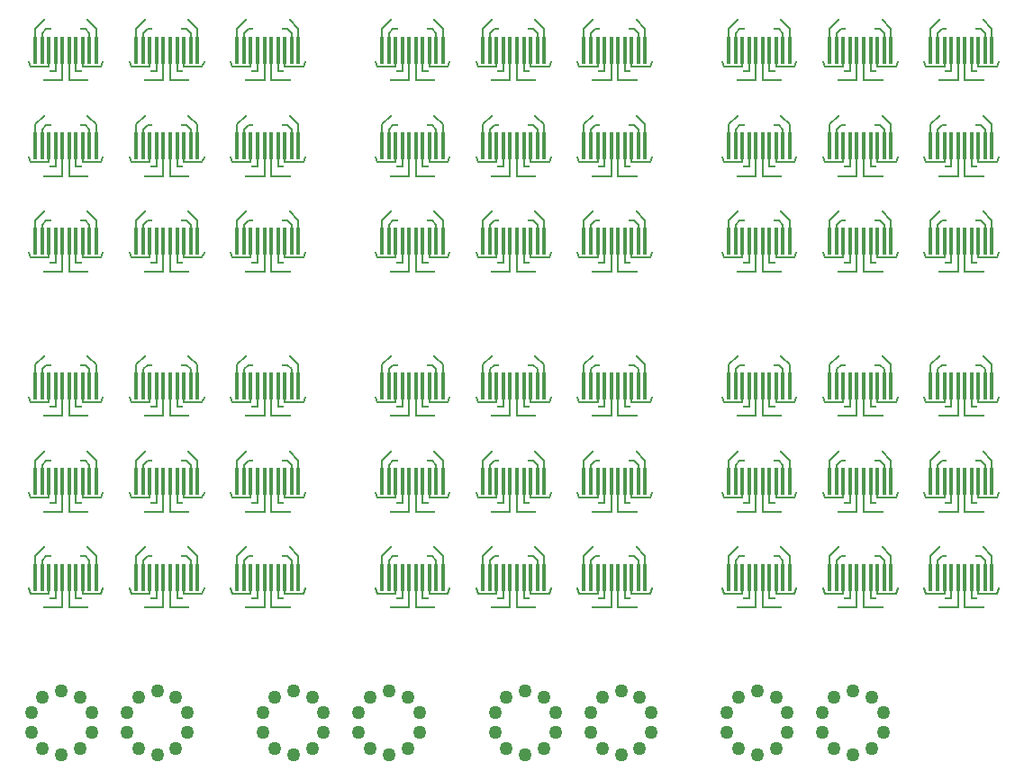
<source format=gbl>
G04 #@! TF.GenerationSoftware,KiCad,Pcbnew,7.0.11*
G04 #@! TF.CreationDate,2024-05-30T18:22:34+10:00*
G04 #@! TF.ProjectId,PercPlugPanel_v1.02,50657263-506c-4756-9750-616e656c5f76,rev?*
G04 #@! TF.SameCoordinates,Original*
G04 #@! TF.FileFunction,Copper,L2,Bot*
G04 #@! TF.FilePolarity,Positive*
%FSLAX46Y46*%
G04 Gerber Fmt 4.6, Leading zero omitted, Abs format (unit mm)*
G04 Created by KiCad (PCBNEW 7.0.11) date 2024-05-30 18:22:34*
%MOMM*%
%LPD*%
G01*
G04 APERTURE LIST*
G04 #@! TA.AperFunction,ComponentPad*
%ADD10C,1.270000*%
G04 #@! TD*
G04 #@! TA.AperFunction,ComponentPad*
%ADD11C,0.254000*%
G04 #@! TD*
G04 #@! TA.AperFunction,SMDPad,CuDef*
%ADD12R,0.406400X2.540000*%
G04 #@! TD*
G04 #@! TA.AperFunction,Conductor*
%ADD13C,0.152400*%
G04 #@! TD*
G04 APERTURE END LIST*
D10*
X87548890Y-120222297D03*
X88638705Y-121722297D03*
X90402058Y-122295247D03*
X92165411Y-121722297D03*
X93255226Y-120222297D03*
X93255226Y-118368197D03*
X92165411Y-116868197D03*
X90402058Y-116295247D03*
X88638705Y-116868197D03*
X87548890Y-118368197D03*
X62457689Y-118372947D03*
X61367874Y-116872947D03*
X59604521Y-116299997D03*
X57841168Y-116872947D03*
X56751353Y-118372947D03*
X56751353Y-120227047D03*
X57841168Y-121727047D03*
X59604521Y-122299997D03*
X61367874Y-121727047D03*
X62457689Y-120227047D03*
D11*
X67441404Y-62168882D03*
X68059929Y-63017910D03*
X66000000Y-66082268D03*
X68059929Y-66982090D03*
X67442610Y-67831996D03*
X71557103Y-67831118D03*
X70940071Y-66982090D03*
X73000000Y-66080846D03*
X70940071Y-63017910D03*
X71555896Y-62168004D03*
X142141404Y-71168882D03*
X142759929Y-72017910D03*
X140700000Y-75082268D03*
X142759929Y-75982090D03*
X142142610Y-76831996D03*
X146257103Y-76831118D03*
X145640071Y-75982090D03*
X147700000Y-75080846D03*
X145640071Y-72017910D03*
X146255896Y-71168004D03*
X57941405Y-84768882D03*
X58559930Y-85617910D03*
X56500001Y-88682268D03*
X58559930Y-89582090D03*
X57942611Y-90431996D03*
X62057104Y-90431118D03*
X61440072Y-89582090D03*
X63500001Y-88680846D03*
X61440072Y-85617910D03*
X62055897Y-84768004D03*
X100041404Y-93768882D03*
X100659929Y-94617910D03*
X98600000Y-97682268D03*
X100659929Y-98582090D03*
X100042610Y-99431996D03*
X104157103Y-99431118D03*
X103540071Y-98582090D03*
X105600000Y-97680846D03*
X103540071Y-94617910D03*
X104155896Y-93768004D03*
X123141405Y-84768882D03*
X123759930Y-85617910D03*
X121700001Y-88682268D03*
X123759930Y-89582090D03*
X123142611Y-90431996D03*
X127257104Y-90431118D03*
X126640072Y-89582090D03*
X128700001Y-88680846D03*
X126640072Y-85617910D03*
X127255897Y-84768004D03*
X76941404Y-84768882D03*
X77559929Y-85617910D03*
X75500000Y-88682268D03*
X77559929Y-89582090D03*
X76942610Y-90431996D03*
X81057103Y-90431118D03*
X80440071Y-89582090D03*
X82500000Y-88680846D03*
X80440071Y-85617910D03*
X81055896Y-84768004D03*
X100041404Y-84768882D03*
X100659929Y-85617910D03*
X98600000Y-88682268D03*
X100659929Y-89582090D03*
X100042610Y-90431996D03*
X104157103Y-90431118D03*
X103540071Y-89582090D03*
X105600000Y-88680846D03*
X103540071Y-85617910D03*
X104155896Y-84768004D03*
X132641404Y-71168882D03*
X133259929Y-72017910D03*
X131200000Y-75082268D03*
X133259929Y-75982090D03*
X132642610Y-76831996D03*
X136757103Y-76831118D03*
X136140071Y-75982090D03*
X138200000Y-75080846D03*
X136140071Y-72017910D03*
X136755896Y-71168004D03*
X76941404Y-93768882D03*
X77559929Y-94617910D03*
X75500000Y-97682268D03*
X77559929Y-98582090D03*
X76942610Y-99431996D03*
X81057103Y-99431118D03*
X80440071Y-98582090D03*
X82500000Y-97680846D03*
X80440071Y-94617910D03*
X81055896Y-93768004D03*
D10*
X127857689Y-118372947D03*
X126767874Y-116872947D03*
X125004521Y-116299997D03*
X123241168Y-116872947D03*
X122151353Y-118372947D03*
X122151353Y-120227047D03*
X123241168Y-121727047D03*
X125004521Y-122299997D03*
X126767874Y-121727047D03*
X127857689Y-120227047D03*
D11*
X142141404Y-53168882D03*
X142759929Y-54017910D03*
X140700000Y-57082268D03*
X142759929Y-57982090D03*
X142142610Y-58831996D03*
X146257103Y-58831118D03*
X145640071Y-57982090D03*
X147700000Y-57080846D03*
X145640071Y-54017910D03*
X146255896Y-53168004D03*
X123141405Y-53168882D03*
X123759930Y-54017910D03*
X121700001Y-57082268D03*
X123759930Y-57982090D03*
X123142611Y-58831996D03*
X127257104Y-58831118D03*
X126640072Y-57982090D03*
X128700001Y-57080846D03*
X126640072Y-54017910D03*
X127255897Y-53168004D03*
X123141405Y-62168882D03*
X123759930Y-63017910D03*
X121700001Y-66082268D03*
X123759930Y-66982090D03*
X123142611Y-67831996D03*
X127257104Y-67831118D03*
X126640072Y-66982090D03*
X128700001Y-66080846D03*
X126640072Y-63017910D03*
X127255897Y-62168004D03*
X90541405Y-93768882D03*
X91159930Y-94617910D03*
X89100001Y-97682268D03*
X91159930Y-98582090D03*
X90542611Y-99431996D03*
X94657104Y-99431118D03*
X94040072Y-98582090D03*
X96100001Y-97680846D03*
X94040072Y-94617910D03*
X94655897Y-93768004D03*
X132641404Y-93768882D03*
X133259929Y-94617910D03*
X131200000Y-97682268D03*
X133259929Y-98582090D03*
X132642610Y-99431996D03*
X136757103Y-99431118D03*
X136140071Y-98582090D03*
X138200000Y-97680846D03*
X136140071Y-94617910D03*
X136755896Y-93768004D03*
X142141404Y-102768882D03*
X142759929Y-103617910D03*
X140700000Y-106682268D03*
X142759929Y-107582090D03*
X142142610Y-108431996D03*
X146257103Y-108431118D03*
X145640071Y-107582090D03*
X147700000Y-106680846D03*
X145640071Y-103617910D03*
X146255896Y-102768004D03*
X132641404Y-62168882D03*
X133259929Y-63017910D03*
X131200000Y-66082268D03*
X133259929Y-66982090D03*
X132642610Y-67831996D03*
X136757103Y-67831118D03*
X136140071Y-66982090D03*
X138200000Y-66080846D03*
X136140071Y-63017910D03*
X136755896Y-62168004D03*
D10*
X106057689Y-118372947D03*
X104967874Y-116872947D03*
X103204521Y-116299997D03*
X101441168Y-116872947D03*
X100351353Y-118372947D03*
X100351353Y-120227047D03*
X101441168Y-121727047D03*
X103204521Y-122299997D03*
X104967874Y-121727047D03*
X106057689Y-120227047D03*
D11*
X123141405Y-71168882D03*
X123759930Y-72017910D03*
X121700001Y-75082268D03*
X123759930Y-75982090D03*
X123142611Y-76831996D03*
X127257104Y-76831118D03*
X126640072Y-75982090D03*
X128700001Y-75080846D03*
X126640072Y-72017910D03*
X127255897Y-71168004D03*
X132641404Y-102768882D03*
X133259929Y-103617910D03*
X131200000Y-106682268D03*
X133259929Y-107582090D03*
X132642610Y-108431996D03*
X136757103Y-108431118D03*
X136140071Y-107582090D03*
X138200000Y-106680846D03*
X136140071Y-103617910D03*
X136755896Y-102768004D03*
X109541404Y-62168882D03*
X110159929Y-63017910D03*
X108100000Y-66082268D03*
X110159929Y-66982090D03*
X109542610Y-67831996D03*
X113657103Y-67831118D03*
X113040071Y-66982090D03*
X115100000Y-66080846D03*
X113040071Y-63017910D03*
X113655896Y-62168004D03*
X90541405Y-102768882D03*
X91159930Y-103617910D03*
X89100001Y-106682268D03*
X91159930Y-107582090D03*
X90542611Y-108431996D03*
X94657104Y-108431118D03*
X94040072Y-107582090D03*
X96100001Y-106680846D03*
X94040072Y-103617910D03*
X94655897Y-102768004D03*
D10*
X131148890Y-120222297D03*
X132238705Y-121722297D03*
X134002058Y-122295247D03*
X135765411Y-121722297D03*
X136855226Y-120222297D03*
X136855226Y-118368197D03*
X135765411Y-116868197D03*
X134002058Y-116295247D03*
X132238705Y-116868197D03*
X131148890Y-118368197D03*
D11*
X109541404Y-53168882D03*
X110159929Y-54017910D03*
X108100000Y-57082268D03*
X110159929Y-57982090D03*
X109542610Y-58831996D03*
X113657103Y-58831118D03*
X113040071Y-57982090D03*
X115100000Y-57080846D03*
X113040071Y-54017910D03*
X113655896Y-53168004D03*
X90541405Y-71168882D03*
X91159930Y-72017910D03*
X89100001Y-75082268D03*
X91159930Y-75982090D03*
X90542611Y-76831996D03*
X94657104Y-76831118D03*
X94040072Y-75982090D03*
X96100001Y-75080846D03*
X94040072Y-72017910D03*
X94655897Y-71168004D03*
X67441404Y-84768882D03*
X68059929Y-85617910D03*
X66000000Y-88682268D03*
X68059929Y-89582090D03*
X67442610Y-90431996D03*
X71557103Y-90431118D03*
X70940071Y-89582090D03*
X73000000Y-88680846D03*
X70940071Y-85617910D03*
X71555896Y-84768004D03*
X57941405Y-71168882D03*
X58559930Y-72017910D03*
X56500001Y-75082268D03*
X58559930Y-75982090D03*
X57942611Y-76831996D03*
X62057104Y-76831118D03*
X61440072Y-75982090D03*
X63500001Y-75080846D03*
X61440072Y-72017910D03*
X62055897Y-71168004D03*
X100041404Y-102768882D03*
X100659929Y-103617910D03*
X98600000Y-106682268D03*
X100659929Y-107582090D03*
X100042610Y-108431996D03*
X104157103Y-108431118D03*
X103540071Y-107582090D03*
X105600000Y-106680846D03*
X103540071Y-103617910D03*
X104155896Y-102768004D03*
X132641404Y-53168882D03*
X133259929Y-54017910D03*
X131200000Y-57082268D03*
X133259929Y-57982090D03*
X132642610Y-58831996D03*
X136757103Y-58831118D03*
X136140071Y-57982090D03*
X138200000Y-57080846D03*
X136140071Y-54017910D03*
X136755896Y-53168004D03*
D10*
X84257689Y-118372947D03*
X83167874Y-116872947D03*
X81404521Y-116299997D03*
X79641168Y-116872947D03*
X78551353Y-118372947D03*
X78551353Y-120227047D03*
X79641168Y-121727047D03*
X81404521Y-122299997D03*
X83167874Y-121727047D03*
X84257689Y-120227047D03*
D11*
X123141405Y-102768882D03*
X123759930Y-103617910D03*
X121700001Y-106682268D03*
X123759930Y-107582090D03*
X123142611Y-108431996D03*
X127257104Y-108431118D03*
X126640072Y-107582090D03*
X128700001Y-106680846D03*
X126640072Y-103617910D03*
X127255897Y-102768004D03*
X57941405Y-53168882D03*
X58559930Y-54017910D03*
X56500001Y-57082268D03*
X58559930Y-57982090D03*
X57942611Y-58831996D03*
X62057104Y-58831118D03*
X61440072Y-57982090D03*
X63500001Y-57080846D03*
X61440072Y-54017910D03*
X62055897Y-53168004D03*
X90541405Y-53168882D03*
X91159930Y-54017910D03*
X89100001Y-57082268D03*
X91159930Y-57982090D03*
X90542611Y-58831996D03*
X94657104Y-58831118D03*
X94040072Y-57982090D03*
X96100001Y-57080846D03*
X94040072Y-54017910D03*
X94655897Y-53168004D03*
X76941404Y-102768882D03*
X77559929Y-103617910D03*
X75500000Y-106682268D03*
X77559929Y-107582090D03*
X76942610Y-108431996D03*
X81057103Y-108431118D03*
X80440071Y-107582090D03*
X82500000Y-106680846D03*
X80440071Y-103617910D03*
X81055896Y-102768004D03*
X67441404Y-93768882D03*
X68059929Y-94617910D03*
X66000000Y-97682268D03*
X68059929Y-98582090D03*
X67442610Y-99431996D03*
X71557103Y-99431118D03*
X70940071Y-98582090D03*
X73000000Y-97680846D03*
X70940071Y-94617910D03*
X71555896Y-93768004D03*
X57941405Y-102768882D03*
X58559930Y-103617910D03*
X56500001Y-106682268D03*
X58559930Y-107582090D03*
X57942611Y-108431996D03*
X62057104Y-108431118D03*
X61440072Y-107582090D03*
X63500001Y-106680846D03*
X61440072Y-103617910D03*
X62055897Y-102768004D03*
X142141404Y-93768882D03*
X142759929Y-94617910D03*
X140700000Y-97682268D03*
X142759929Y-98582090D03*
X142142610Y-99431996D03*
X146257103Y-99431118D03*
X145640071Y-98582090D03*
X147700000Y-97680846D03*
X145640071Y-94617910D03*
X146255896Y-93768004D03*
X76941404Y-71168882D03*
X77559929Y-72017910D03*
X75500000Y-75082268D03*
X77559929Y-75982090D03*
X76942610Y-76831996D03*
X81057103Y-76831118D03*
X80440071Y-75982090D03*
X82500000Y-75080846D03*
X80440071Y-72017910D03*
X81055896Y-71168004D03*
X123141405Y-93768882D03*
X123759930Y-94617910D03*
X121700001Y-97682268D03*
X123759930Y-98582090D03*
X123142611Y-99431996D03*
X127257104Y-99431118D03*
X126640072Y-98582090D03*
X128700001Y-97680846D03*
X126640072Y-94617910D03*
X127255897Y-93768004D03*
X67441404Y-102768882D03*
X68059929Y-103617910D03*
X66000000Y-106682268D03*
X68059929Y-107582090D03*
X67442610Y-108431996D03*
X71557103Y-108431118D03*
X70940071Y-107582090D03*
X73000000Y-106680846D03*
X70940071Y-103617910D03*
X71555896Y-102768004D03*
X109541404Y-93768882D03*
X110159929Y-94617910D03*
X108100000Y-97682268D03*
X110159929Y-98582090D03*
X109542610Y-99431996D03*
X113657103Y-99431118D03*
X113040071Y-98582090D03*
X115100000Y-97680846D03*
X113040071Y-94617910D03*
X113655896Y-93768004D03*
X132641404Y-84768882D03*
X133259929Y-85617910D03*
X131200000Y-88682268D03*
X133259929Y-89582090D03*
X132642610Y-90431996D03*
X136757103Y-90431118D03*
X136140071Y-89582090D03*
X138200000Y-88680846D03*
X136140071Y-85617910D03*
X136755896Y-84768004D03*
X57941405Y-62168882D03*
X58559930Y-63017910D03*
X56500001Y-66082268D03*
X58559930Y-66982090D03*
X57942611Y-67831996D03*
X62057104Y-67831118D03*
X61440072Y-66982090D03*
X63500001Y-66080846D03*
X61440072Y-63017910D03*
X62055897Y-62168004D03*
X67441404Y-53168882D03*
X68059929Y-54017910D03*
X66000000Y-57082268D03*
X68059929Y-57982090D03*
X67442610Y-58831996D03*
X71557103Y-58831118D03*
X70940071Y-57982090D03*
X73000000Y-57080846D03*
X70940071Y-54017910D03*
X71555896Y-53168004D03*
X57941405Y-93768882D03*
X58559930Y-94617910D03*
X56500001Y-97682268D03*
X58559930Y-98582090D03*
X57942611Y-99431996D03*
X62057104Y-99431118D03*
X61440072Y-98582090D03*
X63500001Y-97680846D03*
X61440072Y-94617910D03*
X62055897Y-93768004D03*
D10*
X65748890Y-120222297D03*
X66838705Y-121722297D03*
X68602058Y-122295247D03*
X70365411Y-121722297D03*
X71455226Y-120222297D03*
X71455226Y-118368197D03*
X70365411Y-116868197D03*
X68602058Y-116295247D03*
X66838705Y-116868197D03*
X65748890Y-118368197D03*
D11*
X142141404Y-84768882D03*
X142759929Y-85617910D03*
X140700000Y-88682268D03*
X142759929Y-89582090D03*
X142142610Y-90431996D03*
X146257103Y-90431118D03*
X145640071Y-89582090D03*
X147700000Y-88680846D03*
X145640071Y-85617910D03*
X146255896Y-84768004D03*
X109541404Y-84768882D03*
X110159929Y-85617910D03*
X108100000Y-88682268D03*
X110159929Y-89582090D03*
X109542610Y-90431996D03*
X113657103Y-90431118D03*
X113040071Y-89582090D03*
X115100000Y-88680846D03*
X113040071Y-85617910D03*
X113655896Y-84768004D03*
X142141404Y-62168882D03*
X142759929Y-63017910D03*
X140700000Y-66082268D03*
X142759929Y-66982090D03*
X142142610Y-67831996D03*
X146257103Y-67831118D03*
X145640071Y-66982090D03*
X147700000Y-66080846D03*
X145640071Y-63017910D03*
X146255896Y-62168004D03*
X76941404Y-62168882D03*
X77559929Y-63017910D03*
X75500000Y-66082268D03*
X77559929Y-66982090D03*
X76942610Y-67831996D03*
X81057103Y-67831118D03*
X80440071Y-66982090D03*
X82500000Y-66080846D03*
X80440071Y-63017910D03*
X81055896Y-62168004D03*
X100041404Y-71168882D03*
X100659929Y-72017910D03*
X98600000Y-75082268D03*
X100659929Y-75982090D03*
X100042610Y-76831996D03*
X104157103Y-76831118D03*
X103540071Y-75982090D03*
X105600000Y-75080846D03*
X103540071Y-72017910D03*
X104155896Y-71168004D03*
X109541404Y-102768882D03*
X110159929Y-103617910D03*
X108100000Y-106682268D03*
X110159929Y-107582090D03*
X109542610Y-108431996D03*
X113657103Y-108431118D03*
X113040071Y-107582090D03*
X115100000Y-106680846D03*
X113040071Y-103617910D03*
X113655896Y-102768004D03*
X90541405Y-62168882D03*
X91159930Y-63017910D03*
X89100001Y-66082268D03*
X91159930Y-66982090D03*
X90542611Y-67831996D03*
X94657104Y-67831118D03*
X94040072Y-66982090D03*
X96100001Y-66080846D03*
X94040072Y-63017910D03*
X94655897Y-62168004D03*
D10*
X109348890Y-120222297D03*
X110438705Y-121722297D03*
X112202058Y-122295247D03*
X113965411Y-121722297D03*
X115055226Y-120222297D03*
X115055226Y-118368197D03*
X113965411Y-116868197D03*
X112202058Y-116295247D03*
X110438705Y-116868197D03*
X109348890Y-118368197D03*
D11*
X76941404Y-53168882D03*
X77559929Y-54017910D03*
X75500000Y-57082268D03*
X77559929Y-57982090D03*
X76942610Y-58831996D03*
X81057103Y-58831118D03*
X80440071Y-57982090D03*
X82500000Y-57080846D03*
X80440071Y-54017910D03*
X81055896Y-53168004D03*
X90541405Y-84768882D03*
X91159930Y-85617910D03*
X89100001Y-88682268D03*
X91159930Y-89582090D03*
X90542611Y-90431996D03*
X94657104Y-90431118D03*
X94040072Y-89582090D03*
X96100001Y-88680846D03*
X94040072Y-85617910D03*
X94655897Y-84768004D03*
X109541404Y-71168882D03*
X110159929Y-72017910D03*
X108100000Y-75082268D03*
X110159929Y-75982090D03*
X109542610Y-76831996D03*
X113657103Y-76831118D03*
X113040071Y-75982090D03*
X115100000Y-75080846D03*
X113040071Y-72017910D03*
X113655896Y-71168004D03*
X100041404Y-62168882D03*
X100659929Y-63017910D03*
X98600000Y-66082268D03*
X100659929Y-66982090D03*
X100042610Y-67831996D03*
X104157103Y-67831118D03*
X103540071Y-66982090D03*
X105600000Y-66080846D03*
X103540071Y-63017910D03*
X104155896Y-62168004D03*
X100041404Y-53168882D03*
X100659929Y-54017910D03*
X98600000Y-57082268D03*
X100659929Y-57982090D03*
X100042610Y-58831996D03*
X104157103Y-58831118D03*
X103540071Y-57982090D03*
X105600000Y-57080846D03*
X103540071Y-54017910D03*
X104155896Y-53168004D03*
X67441404Y-71168882D03*
X68059929Y-72017910D03*
X66000000Y-75082268D03*
X68059929Y-75982090D03*
X67442610Y-76831996D03*
X71557103Y-76831118D03*
X70940071Y-75982090D03*
X73000000Y-75080846D03*
X70940071Y-72017910D03*
X71555896Y-71168004D03*
D12*
X99220000Y-87600000D03*
X99860000Y-87600000D03*
X100500000Y-87600000D03*
X101140000Y-87600000D03*
X101780000Y-87600000D03*
X102420000Y-87600000D03*
X103060000Y-87600000D03*
X103700000Y-87600000D03*
X104340000Y-87600000D03*
X104980000Y-87600000D03*
X66620000Y-105600000D03*
X67260000Y-105600000D03*
X67900000Y-105600000D03*
X68540000Y-105600000D03*
X69180000Y-105600000D03*
X69820000Y-105600000D03*
X70460000Y-105600000D03*
X71100000Y-105600000D03*
X71740000Y-105600000D03*
X72380000Y-105600000D03*
X141320000Y-74000000D03*
X141960000Y-74000000D03*
X142600000Y-74000000D03*
X143240000Y-74000000D03*
X143880000Y-74000000D03*
X144520000Y-74000000D03*
X145160000Y-74000000D03*
X145800000Y-74000000D03*
X146440000Y-74000000D03*
X147080000Y-74000000D03*
X76120000Y-65000000D03*
X76760000Y-65000000D03*
X77400000Y-65000000D03*
X78040000Y-65000000D03*
X78680000Y-65000000D03*
X79320000Y-65000000D03*
X79960000Y-65000000D03*
X80600000Y-65000000D03*
X81240000Y-65000000D03*
X81880000Y-65000000D03*
X141320000Y-96600000D03*
X141960000Y-96600000D03*
X142600000Y-96600000D03*
X143240000Y-96600000D03*
X143880000Y-96600000D03*
X144520000Y-96600000D03*
X145160000Y-96600000D03*
X145800000Y-96600000D03*
X146440000Y-96600000D03*
X147080000Y-96600000D03*
X89720001Y-65000000D03*
X90360001Y-65000000D03*
X91000001Y-65000000D03*
X91640001Y-65000000D03*
X92280001Y-65000000D03*
X92920001Y-65000000D03*
X93560001Y-65000000D03*
X94200001Y-65000000D03*
X94840001Y-65000000D03*
X95480001Y-65000000D03*
X108720000Y-96600000D03*
X109360000Y-96600000D03*
X110000000Y-96600000D03*
X110640000Y-96600000D03*
X111280000Y-96600000D03*
X111920000Y-96600000D03*
X112560000Y-96600000D03*
X113200000Y-96600000D03*
X113840000Y-96600000D03*
X114480000Y-96600000D03*
X122320001Y-65000000D03*
X122960001Y-65000000D03*
X123600001Y-65000000D03*
X124240001Y-65000000D03*
X124880001Y-65000000D03*
X125520001Y-65000000D03*
X126160001Y-65000000D03*
X126800001Y-65000000D03*
X127440001Y-65000000D03*
X128080001Y-65000000D03*
X76120000Y-74000000D03*
X76760000Y-74000000D03*
X77400000Y-74000000D03*
X78040000Y-74000000D03*
X78680000Y-74000000D03*
X79320000Y-74000000D03*
X79960000Y-74000000D03*
X80600000Y-74000000D03*
X81240000Y-74000000D03*
X81880000Y-74000000D03*
X131820000Y-96600000D03*
X132460000Y-96600000D03*
X133100000Y-96600000D03*
X133740000Y-96600000D03*
X134380000Y-96600000D03*
X135020000Y-96600000D03*
X135660000Y-96600000D03*
X136300000Y-96600000D03*
X136940000Y-96600000D03*
X137580000Y-96600000D03*
X89720001Y-74000000D03*
X90360001Y-74000000D03*
X91000001Y-74000000D03*
X91640001Y-74000000D03*
X92280001Y-74000000D03*
X92920001Y-74000000D03*
X93560001Y-74000000D03*
X94200001Y-74000000D03*
X94840001Y-74000000D03*
X95480001Y-74000000D03*
X76120000Y-56000000D03*
X76760000Y-56000000D03*
X77400000Y-56000000D03*
X78040000Y-56000000D03*
X78680000Y-56000000D03*
X79320000Y-56000000D03*
X79960000Y-56000000D03*
X80600000Y-56000000D03*
X81240000Y-56000000D03*
X81880000Y-56000000D03*
X122320001Y-96600000D03*
X122960001Y-96600000D03*
X123600001Y-96600000D03*
X124240001Y-96600000D03*
X124880001Y-96600000D03*
X125520001Y-96600000D03*
X126160001Y-96600000D03*
X126800001Y-96600000D03*
X127440001Y-96600000D03*
X128080001Y-96600000D03*
X131820000Y-74000000D03*
X132460000Y-74000000D03*
X133100000Y-74000000D03*
X133740000Y-74000000D03*
X134380000Y-74000000D03*
X135020000Y-74000000D03*
X135660000Y-74000000D03*
X136300000Y-74000000D03*
X136940000Y-74000000D03*
X137580000Y-74000000D03*
X108720000Y-105600000D03*
X109360000Y-105600000D03*
X110000000Y-105600000D03*
X110640000Y-105600000D03*
X111280000Y-105600000D03*
X111920000Y-105600000D03*
X112560000Y-105600000D03*
X113200000Y-105600000D03*
X113840000Y-105600000D03*
X114480000Y-105600000D03*
X122320001Y-87600000D03*
X122960001Y-87600000D03*
X123600001Y-87600000D03*
X124240001Y-87600000D03*
X124880001Y-87600000D03*
X125520001Y-87600000D03*
X126160001Y-87600000D03*
X126800001Y-87600000D03*
X127440001Y-87600000D03*
X128080001Y-87600000D03*
X131820000Y-87600000D03*
X132460000Y-87600000D03*
X133100000Y-87600000D03*
X133740000Y-87600000D03*
X134380000Y-87600000D03*
X135020000Y-87600000D03*
X135660000Y-87600000D03*
X136300000Y-87600000D03*
X136940000Y-87600000D03*
X137580000Y-87600000D03*
X66620000Y-96600000D03*
X67260000Y-96600000D03*
X67900000Y-96600000D03*
X68540000Y-96600000D03*
X69180000Y-96600000D03*
X69820000Y-96600000D03*
X70460000Y-96600000D03*
X71100000Y-96600000D03*
X71740000Y-96600000D03*
X72380000Y-96600000D03*
X89720001Y-105600000D03*
X90360001Y-105600000D03*
X91000001Y-105600000D03*
X91640001Y-105600000D03*
X92280001Y-105600000D03*
X92920001Y-105600000D03*
X93560001Y-105600000D03*
X94200001Y-105600000D03*
X94840001Y-105600000D03*
X95480001Y-105600000D03*
X122320001Y-56000000D03*
X122960001Y-56000000D03*
X123600001Y-56000000D03*
X124240001Y-56000000D03*
X124880001Y-56000000D03*
X125520001Y-56000000D03*
X126160001Y-56000000D03*
X126800001Y-56000000D03*
X127440001Y-56000000D03*
X128080001Y-56000000D03*
X76120000Y-87600000D03*
X76760000Y-87600000D03*
X77400000Y-87600000D03*
X78040000Y-87600000D03*
X78680000Y-87600000D03*
X79320000Y-87600000D03*
X79960000Y-87600000D03*
X80600000Y-87600000D03*
X81240000Y-87600000D03*
X81880000Y-87600000D03*
X141320000Y-56000000D03*
X141960000Y-56000000D03*
X142600000Y-56000000D03*
X143240000Y-56000000D03*
X143880000Y-56000000D03*
X144520000Y-56000000D03*
X145160000Y-56000000D03*
X145800000Y-56000000D03*
X146440000Y-56000000D03*
X147080000Y-56000000D03*
X108720000Y-74000000D03*
X109360000Y-74000000D03*
X110000000Y-74000000D03*
X110640000Y-74000000D03*
X111280000Y-74000000D03*
X111920000Y-74000000D03*
X112560000Y-74000000D03*
X113200000Y-74000000D03*
X113840000Y-74000000D03*
X114480000Y-74000000D03*
X99220000Y-96600000D03*
X99860000Y-96600000D03*
X100500000Y-96600000D03*
X101140000Y-96600000D03*
X101780000Y-96600000D03*
X102420000Y-96600000D03*
X103060000Y-96600000D03*
X103700000Y-96600000D03*
X104340000Y-96600000D03*
X104980000Y-96600000D03*
X76120000Y-96600000D03*
X76760000Y-96600000D03*
X77400000Y-96600000D03*
X78040000Y-96600000D03*
X78680000Y-96600000D03*
X79320000Y-96600000D03*
X79960000Y-96600000D03*
X80600000Y-96600000D03*
X81240000Y-96600000D03*
X81880000Y-96600000D03*
X108720000Y-87600000D03*
X109360000Y-87600000D03*
X110000000Y-87600000D03*
X110640000Y-87600000D03*
X111280000Y-87600000D03*
X111920000Y-87600000D03*
X112560000Y-87600000D03*
X113200000Y-87600000D03*
X113840000Y-87600000D03*
X114480000Y-87600000D03*
X66620000Y-87600000D03*
X67260000Y-87600000D03*
X67900000Y-87600000D03*
X68540000Y-87600000D03*
X69180000Y-87600000D03*
X69820000Y-87600000D03*
X70460000Y-87600000D03*
X71100000Y-87600000D03*
X71740000Y-87600000D03*
X72380000Y-87600000D03*
X141320000Y-105600000D03*
X141960000Y-105600000D03*
X142600000Y-105600000D03*
X143240000Y-105600000D03*
X143880000Y-105600000D03*
X144520000Y-105600000D03*
X145160000Y-105600000D03*
X145800000Y-105600000D03*
X146440000Y-105600000D03*
X147080000Y-105600000D03*
X141320000Y-65000000D03*
X141960000Y-65000000D03*
X142600000Y-65000000D03*
X143240000Y-65000000D03*
X143880000Y-65000000D03*
X144520000Y-65000000D03*
X145160000Y-65000000D03*
X145800000Y-65000000D03*
X146440000Y-65000000D03*
X147080000Y-65000000D03*
X89720001Y-87600000D03*
X90360001Y-87600000D03*
X91000001Y-87600000D03*
X91640001Y-87600000D03*
X92280001Y-87600000D03*
X92920001Y-87600000D03*
X93560001Y-87600000D03*
X94200001Y-87600000D03*
X94840001Y-87600000D03*
X95480001Y-87600000D03*
X57120001Y-65000000D03*
X57760001Y-65000000D03*
X58400001Y-65000000D03*
X59040001Y-65000000D03*
X59680001Y-65000000D03*
X60320001Y-65000000D03*
X60960001Y-65000000D03*
X61600001Y-65000000D03*
X62240001Y-65000000D03*
X62880001Y-65000000D03*
X89720001Y-96600000D03*
X90360001Y-96600000D03*
X91000001Y-96600000D03*
X91640001Y-96600000D03*
X92280001Y-96600000D03*
X92920001Y-96600000D03*
X93560001Y-96600000D03*
X94200001Y-96600000D03*
X94840001Y-96600000D03*
X95480001Y-96600000D03*
X131820000Y-65000000D03*
X132460000Y-65000000D03*
X133100000Y-65000000D03*
X133740000Y-65000000D03*
X134380000Y-65000000D03*
X135020000Y-65000000D03*
X135660000Y-65000000D03*
X136300000Y-65000000D03*
X136940000Y-65000000D03*
X137580000Y-65000000D03*
X57120001Y-56000000D03*
X57760001Y-56000000D03*
X58400001Y-56000000D03*
X59040001Y-56000000D03*
X59680001Y-56000000D03*
X60320001Y-56000000D03*
X60960001Y-56000000D03*
X61600001Y-56000000D03*
X62240001Y-56000000D03*
X62880001Y-56000000D03*
X57120001Y-87600000D03*
X57760001Y-87600000D03*
X58400001Y-87600000D03*
X59040001Y-87600000D03*
X59680001Y-87600000D03*
X60320001Y-87600000D03*
X60960001Y-87600000D03*
X61600001Y-87600000D03*
X62240001Y-87600000D03*
X62880001Y-87600000D03*
X99220000Y-65000000D03*
X99860000Y-65000000D03*
X100500000Y-65000000D03*
X101140000Y-65000000D03*
X101780000Y-65000000D03*
X102420000Y-65000000D03*
X103060000Y-65000000D03*
X103700000Y-65000000D03*
X104340000Y-65000000D03*
X104980000Y-65000000D03*
X131820000Y-56000000D03*
X132460000Y-56000000D03*
X133100000Y-56000000D03*
X133740000Y-56000000D03*
X134380000Y-56000000D03*
X135020000Y-56000000D03*
X135660000Y-56000000D03*
X136300000Y-56000000D03*
X136940000Y-56000000D03*
X137580000Y-56000000D03*
X99220000Y-56000000D03*
X99860000Y-56000000D03*
X100500000Y-56000000D03*
X101140000Y-56000000D03*
X101780000Y-56000000D03*
X102420000Y-56000000D03*
X103060000Y-56000000D03*
X103700000Y-56000000D03*
X104340000Y-56000000D03*
X104980000Y-56000000D03*
X76120000Y-105600000D03*
X76760000Y-105600000D03*
X77400000Y-105600000D03*
X78040000Y-105600000D03*
X78680000Y-105600000D03*
X79320000Y-105600000D03*
X79960000Y-105600000D03*
X80600000Y-105600000D03*
X81240000Y-105600000D03*
X81880000Y-105600000D03*
X108720000Y-56000000D03*
X109360000Y-56000000D03*
X110000000Y-56000000D03*
X110640000Y-56000000D03*
X111280000Y-56000000D03*
X111920000Y-56000000D03*
X112560000Y-56000000D03*
X113200000Y-56000000D03*
X113840000Y-56000000D03*
X114480000Y-56000000D03*
X122320001Y-74000000D03*
X122960001Y-74000000D03*
X123600001Y-74000000D03*
X124240001Y-74000000D03*
X124880001Y-74000000D03*
X125520001Y-74000000D03*
X126160001Y-74000000D03*
X126800001Y-74000000D03*
X127440001Y-74000000D03*
X128080001Y-74000000D03*
X122320001Y-105600000D03*
X122960001Y-105600000D03*
X123600001Y-105600000D03*
X124240001Y-105600000D03*
X124880001Y-105600000D03*
X125520001Y-105600000D03*
X126160001Y-105600000D03*
X126800001Y-105600000D03*
X127440001Y-105600000D03*
X128080001Y-105600000D03*
X66620000Y-65000000D03*
X67260000Y-65000000D03*
X67900000Y-65000000D03*
X68540000Y-65000000D03*
X69180000Y-65000000D03*
X69820000Y-65000000D03*
X70460000Y-65000000D03*
X71100000Y-65000000D03*
X71740000Y-65000000D03*
X72380000Y-65000000D03*
X57120001Y-74000000D03*
X57760001Y-74000000D03*
X58400001Y-74000000D03*
X59040001Y-74000000D03*
X59680001Y-74000000D03*
X60320001Y-74000000D03*
X60960001Y-74000000D03*
X61600001Y-74000000D03*
X62240001Y-74000000D03*
X62880001Y-74000000D03*
X141320000Y-87600000D03*
X141960000Y-87600000D03*
X142600000Y-87600000D03*
X143240000Y-87600000D03*
X143880000Y-87600000D03*
X144520000Y-87600000D03*
X145160000Y-87600000D03*
X145800000Y-87600000D03*
X146440000Y-87600000D03*
X147080000Y-87600000D03*
X89720001Y-56000000D03*
X90360001Y-56000000D03*
X91000001Y-56000000D03*
X91640001Y-56000000D03*
X92280001Y-56000000D03*
X92920001Y-56000000D03*
X93560001Y-56000000D03*
X94200001Y-56000000D03*
X94840001Y-56000000D03*
X95480001Y-56000000D03*
X57120001Y-105600000D03*
X57760001Y-105600000D03*
X58400001Y-105600000D03*
X59040001Y-105600000D03*
X59680001Y-105600000D03*
X60320001Y-105600000D03*
X60960001Y-105600000D03*
X61600001Y-105600000D03*
X62240001Y-105600000D03*
X62880001Y-105600000D03*
X66620000Y-56000000D03*
X67260000Y-56000000D03*
X67900000Y-56000000D03*
X68540000Y-56000000D03*
X69180000Y-56000000D03*
X69820000Y-56000000D03*
X70460000Y-56000000D03*
X71100000Y-56000000D03*
X71740000Y-56000000D03*
X72380000Y-56000000D03*
X131820000Y-105600000D03*
X132460000Y-105600000D03*
X133100000Y-105600000D03*
X133740000Y-105600000D03*
X134380000Y-105600000D03*
X135020000Y-105600000D03*
X135660000Y-105600000D03*
X136300000Y-105600000D03*
X136940000Y-105600000D03*
X137580000Y-105600000D03*
X99220000Y-105600000D03*
X99860000Y-105600000D03*
X100500000Y-105600000D03*
X101140000Y-105600000D03*
X101780000Y-105600000D03*
X102420000Y-105600000D03*
X103060000Y-105600000D03*
X103700000Y-105600000D03*
X104340000Y-105600000D03*
X104980000Y-105600000D03*
X57120001Y-96600000D03*
X57760001Y-96600000D03*
X58400001Y-96600000D03*
X59040001Y-96600000D03*
X59680001Y-96600000D03*
X60320001Y-96600000D03*
X60960001Y-96600000D03*
X61600001Y-96600000D03*
X62240001Y-96600000D03*
X62880001Y-96600000D03*
X99220000Y-74000000D03*
X99860000Y-74000000D03*
X100500000Y-74000000D03*
X101140000Y-74000000D03*
X101780000Y-74000000D03*
X102420000Y-74000000D03*
X103060000Y-74000000D03*
X103700000Y-74000000D03*
X104340000Y-74000000D03*
X104980000Y-74000000D03*
X66620000Y-74000000D03*
X67260000Y-74000000D03*
X67900000Y-74000000D03*
X68540000Y-74000000D03*
X69180000Y-74000000D03*
X69820000Y-74000000D03*
X70460000Y-74000000D03*
X71100000Y-74000000D03*
X71740000Y-74000000D03*
X72380000Y-74000000D03*
X108720000Y-65000000D03*
X109360000Y-65000000D03*
X110000000Y-65000000D03*
X110640000Y-65000000D03*
X111280000Y-65000000D03*
X111920000Y-65000000D03*
X112560000Y-65000000D03*
X113200000Y-65000000D03*
X113840000Y-65000000D03*
X114480000Y-65000000D03*
D13*
X109541403Y-71168881D02*
X108720000Y-71990284D01*
X76120000Y-94590284D02*
X76120000Y-96600000D01*
X90541404Y-71168881D02*
X89720001Y-71990284D01*
X123141404Y-71168881D02*
X122320001Y-71990284D01*
X131820000Y-53990284D02*
X131820000Y-56000000D01*
X122320001Y-71990284D02*
X122320001Y-74000000D01*
X57941404Y-102768881D02*
X57120001Y-103590284D01*
X76941403Y-102768881D02*
X76120000Y-103590284D01*
X67441403Y-102768881D02*
X66620000Y-103590284D01*
X122320001Y-62990284D02*
X122320001Y-65000000D01*
X131820000Y-103590284D02*
X131820000Y-105600000D01*
X141320000Y-53990284D02*
X141320000Y-56000000D01*
X109541403Y-93768881D02*
X108720000Y-94590284D01*
X99220000Y-62990284D02*
X99220000Y-65000000D01*
X76941403Y-93768881D02*
X76120000Y-94590284D01*
X122320001Y-85590284D02*
X122320001Y-87600000D01*
X123141404Y-93768881D02*
X122320001Y-94590284D01*
X142141403Y-53168881D02*
X141320000Y-53990284D01*
X76120000Y-62990284D02*
X76120000Y-65000000D01*
X141320000Y-103590284D02*
X141320000Y-105600000D01*
X141320000Y-94590284D02*
X141320000Y-96600000D01*
X100041403Y-62168881D02*
X99220000Y-62990284D01*
X109541403Y-84768881D02*
X108720000Y-85590284D01*
X66620000Y-94590284D02*
X66620000Y-96600000D01*
X123141404Y-102768881D02*
X122320001Y-103590284D01*
X89720001Y-71990284D02*
X89720001Y-74000000D01*
X142141403Y-62168881D02*
X141320000Y-62990284D01*
X100041403Y-102768881D02*
X99220000Y-103590284D01*
X100041403Y-53168881D02*
X99220000Y-53990284D01*
X89720001Y-85590284D02*
X89720001Y-87600000D01*
X99220000Y-53990284D02*
X99220000Y-56000000D01*
X123141404Y-53168881D02*
X122320001Y-53990284D01*
X57120001Y-62990284D02*
X57120001Y-65000000D01*
X66620000Y-103590284D02*
X66620000Y-105600000D01*
X57941404Y-62168881D02*
X57120001Y-62990284D01*
X131820000Y-71990284D02*
X131820000Y-74000000D01*
X108720000Y-71990284D02*
X108720000Y-74000000D01*
X89720001Y-53990284D02*
X89720001Y-56000000D01*
X76120000Y-85590284D02*
X76120000Y-87600000D01*
X132641403Y-102768881D02*
X131820000Y-103590284D01*
X57941404Y-93768881D02*
X57120001Y-94590284D01*
X122320001Y-53990284D02*
X122320001Y-56000000D01*
X89720001Y-103590284D02*
X89720001Y-105600000D01*
X99220000Y-85590284D02*
X99220000Y-87600000D01*
X57941404Y-84768881D02*
X57120001Y-85590284D01*
X123141404Y-84768881D02*
X122320001Y-85590284D01*
X100041403Y-93768881D02*
X99220000Y-94590284D01*
X99220000Y-103590284D02*
X99220000Y-105600000D01*
X90541404Y-84768881D02*
X89720001Y-85590284D01*
X57120001Y-71990284D02*
X57120001Y-74000000D01*
X57120001Y-53990284D02*
X57120001Y-56000000D01*
X67441403Y-71168881D02*
X66620000Y-71990284D01*
X109541403Y-53168881D02*
X108720000Y-53990284D01*
X142141403Y-84768881D02*
X141320000Y-85590284D01*
X131820000Y-62990284D02*
X131820000Y-65000000D01*
X132641403Y-93768881D02*
X131820000Y-94590284D01*
X123141404Y-62168881D02*
X122320001Y-62990284D01*
X132641403Y-84768881D02*
X131820000Y-85590284D01*
X108720000Y-103590284D02*
X108720000Y-105600000D01*
X142141403Y-102768881D02*
X141320000Y-103590284D01*
X90541404Y-93768881D02*
X89720001Y-94590284D01*
X76120000Y-71990284D02*
X76120000Y-74000000D01*
X99220000Y-94590284D02*
X99220000Y-96600000D01*
X57120001Y-94590284D02*
X57120001Y-96600000D01*
X141320000Y-62990284D02*
X141320000Y-65000000D01*
X122320001Y-103590284D02*
X122320001Y-105600000D01*
X90541404Y-53168881D02*
X89720001Y-53990284D01*
X57941404Y-71168881D02*
X57120001Y-71990284D01*
X122320001Y-94590284D02*
X122320001Y-96600000D01*
X131820000Y-94590284D02*
X131820000Y-96600000D01*
X90541404Y-62168881D02*
X89720001Y-62990284D01*
X67441403Y-84768881D02*
X66620000Y-85590284D01*
X132641403Y-53168881D02*
X131820000Y-53990284D01*
X66620000Y-53990284D02*
X66620000Y-56000000D01*
X57941404Y-53168881D02*
X57120001Y-53990284D01*
X90541404Y-102768881D02*
X89720001Y-103590284D01*
X99220000Y-71990284D02*
X99220000Y-74000000D01*
X142141403Y-93768881D02*
X141320000Y-94590284D01*
X141320000Y-85590284D02*
X141320000Y-87600000D01*
X76120000Y-103590284D02*
X76120000Y-105600000D01*
X67441403Y-53168881D02*
X66620000Y-53990284D01*
X57120001Y-103590284D02*
X57120001Y-105600000D01*
X76941403Y-84768881D02*
X76120000Y-85590284D01*
X142141403Y-71168881D02*
X141320000Y-71990284D01*
X100041403Y-84768881D02*
X99220000Y-85590284D01*
X108720000Y-85590284D02*
X108720000Y-87600000D01*
X109541403Y-102768881D02*
X108720000Y-103590284D01*
X67441403Y-93768881D02*
X66620000Y-94590284D01*
X108720000Y-94590284D02*
X108720000Y-96600000D01*
X76941403Y-71168881D02*
X76120000Y-71990284D01*
X66620000Y-62990284D02*
X66620000Y-65000000D01*
X66620000Y-71990284D02*
X66620000Y-74000000D01*
X108720000Y-53990284D02*
X108720000Y-56000000D01*
X76941403Y-62168881D02*
X76120000Y-62990284D01*
X108720000Y-62990284D02*
X108720000Y-65000000D01*
X76120000Y-53990284D02*
X76120000Y-56000000D01*
X57120001Y-85590284D02*
X57120001Y-87600000D01*
X141320000Y-71990284D02*
X141320000Y-74000000D01*
X132641403Y-62168881D02*
X131820000Y-62990284D01*
X131820000Y-85590284D02*
X131820000Y-87600000D01*
X132641403Y-71168881D02*
X131820000Y-71990284D01*
X100041403Y-71168881D02*
X99220000Y-71990284D01*
X66620000Y-85590284D02*
X66620000Y-87600000D01*
X89720001Y-62990284D02*
X89720001Y-65000000D01*
X109541403Y-62168881D02*
X108720000Y-62990284D01*
X76941403Y-53168881D02*
X76120000Y-53990284D01*
X67441403Y-62168881D02*
X66620000Y-62990284D01*
X89720001Y-94590284D02*
X89720001Y-96600000D01*
X99860000Y-95030000D02*
X99860000Y-96600000D01*
X132460000Y-95030000D02*
X132460000Y-96600000D01*
X100659928Y-54017909D02*
X100272090Y-54017909D01*
X133259928Y-63017909D02*
X132872090Y-63017909D01*
X58172091Y-103617909D02*
X57760001Y-104030000D01*
X109360000Y-95030000D02*
X109360000Y-96600000D01*
X57760001Y-95030000D02*
X57760001Y-96600000D01*
X141960000Y-104030000D02*
X141960000Y-105600000D01*
X90772091Y-54017909D02*
X90360001Y-54430000D01*
X76760000Y-95030000D02*
X76760000Y-96600000D01*
X57760001Y-86030000D02*
X57760001Y-87600000D01*
X68059928Y-72017909D02*
X67672090Y-72017909D01*
X67672090Y-103617909D02*
X67260000Y-104030000D01*
X90772091Y-63017909D02*
X90360001Y-63430000D01*
X67260000Y-72430000D02*
X67260000Y-74000000D01*
X76760000Y-86030000D02*
X76760000Y-87600000D01*
X77559928Y-103617909D02*
X77172090Y-103617909D01*
X123372091Y-94617909D02*
X122960001Y-95030000D01*
X123759929Y-63017909D02*
X123372091Y-63017909D01*
X100659928Y-72017909D02*
X100272090Y-72017909D01*
X90772091Y-103617909D02*
X90360001Y-104030000D01*
X141960000Y-72430000D02*
X141960000Y-74000000D01*
X90360001Y-72430000D02*
X90360001Y-74000000D01*
X68059928Y-54017909D02*
X67672090Y-54017909D01*
X77172090Y-85617909D02*
X76760000Y-86030000D01*
X142372090Y-63017909D02*
X141960000Y-63430000D01*
X91159929Y-94617909D02*
X90772091Y-94617909D01*
X142759928Y-85617909D02*
X142372090Y-85617909D01*
X132460000Y-86030000D02*
X132460000Y-87600000D01*
X122960001Y-54430000D02*
X122960001Y-56000000D01*
X99860000Y-104030000D02*
X99860000Y-105600000D01*
X100272090Y-54017909D02*
X99860000Y-54430000D01*
X91159929Y-85617909D02*
X90772091Y-85617909D01*
X58172091Y-72017909D02*
X57760001Y-72430000D01*
X58559929Y-103617909D02*
X58172091Y-103617909D01*
X67260000Y-95030000D02*
X67260000Y-96600000D01*
X100659928Y-85617909D02*
X100272090Y-85617909D01*
X122960001Y-104030000D02*
X122960001Y-105600000D01*
X123759929Y-54017909D02*
X123372091Y-54017909D01*
X123372091Y-72017909D02*
X122960001Y-72430000D01*
X68059928Y-94617909D02*
X67672090Y-94617909D01*
X77559928Y-54017909D02*
X77172090Y-54017909D01*
X109360000Y-104030000D02*
X109360000Y-105600000D01*
X58172091Y-63017909D02*
X57760001Y-63430000D01*
X109360000Y-63430000D02*
X109360000Y-65000000D01*
X90772091Y-94617909D02*
X90360001Y-95030000D01*
X100272090Y-63017909D02*
X99860000Y-63430000D01*
X109772090Y-72017909D02*
X109360000Y-72430000D01*
X76760000Y-104030000D02*
X76760000Y-105600000D01*
X110159928Y-54017909D02*
X109772090Y-54017909D01*
X109360000Y-86030000D02*
X109360000Y-87600000D01*
X133259928Y-85617909D02*
X132872090Y-85617909D01*
X91159929Y-63017909D02*
X90772091Y-63017909D01*
X109360000Y-72430000D02*
X109360000Y-74000000D01*
X109772090Y-63017909D02*
X109360000Y-63430000D01*
X122960001Y-86030000D02*
X122960001Y-87600000D01*
X91159929Y-54017909D02*
X90772091Y-54017909D01*
X110159928Y-72017909D02*
X109772090Y-72017909D01*
X133259928Y-72017909D02*
X132872090Y-72017909D01*
X90360001Y-104030000D02*
X90360001Y-105600000D01*
X122960001Y-72430000D02*
X122960001Y-74000000D01*
X133259928Y-94617909D02*
X132872090Y-94617909D01*
X122960001Y-63430000D02*
X122960001Y-65000000D01*
X90360001Y-86030000D02*
X90360001Y-87600000D01*
X142759928Y-54017909D02*
X142372090Y-54017909D01*
X132460000Y-104030000D02*
X132460000Y-105600000D01*
X58559929Y-72017909D02*
X58172091Y-72017909D01*
X76760000Y-72430000D02*
X76760000Y-74000000D01*
X123372091Y-103617909D02*
X122960001Y-104030000D01*
X67260000Y-54430000D02*
X67260000Y-56000000D01*
X77559928Y-63017909D02*
X77172090Y-63017909D01*
X76760000Y-63430000D02*
X76760000Y-65000000D01*
X58559929Y-85617909D02*
X58172091Y-85617909D01*
X67260000Y-104030000D02*
X67260000Y-105600000D01*
X100272090Y-72017909D02*
X99860000Y-72430000D01*
X99860000Y-54430000D02*
X99860000Y-56000000D01*
X132872090Y-94617909D02*
X132460000Y-95030000D01*
X77172090Y-54017909D02*
X76760000Y-54430000D01*
X68059928Y-85617909D02*
X67672090Y-85617909D01*
X58559929Y-94617909D02*
X58172091Y-94617909D01*
X90360001Y-54430000D02*
X90360001Y-56000000D01*
X142372090Y-54017909D02*
X141960000Y-54430000D01*
X77172090Y-94617909D02*
X76760000Y-95030000D01*
X123759929Y-85617909D02*
X123372091Y-85617909D01*
X68059928Y-63017909D02*
X67672090Y-63017909D01*
X68059928Y-103617909D02*
X67672090Y-103617909D01*
X67672090Y-63017909D02*
X67260000Y-63430000D01*
X90772091Y-85617909D02*
X90360001Y-86030000D01*
X123372091Y-85617909D02*
X122960001Y-86030000D01*
X67672090Y-54017909D02*
X67260000Y-54430000D01*
X77559928Y-72017909D02*
X77172090Y-72017909D01*
X123372091Y-63017909D02*
X122960001Y-63430000D01*
X100272090Y-85617909D02*
X99860000Y-86030000D01*
X123759929Y-72017909D02*
X123372091Y-72017909D01*
X100272090Y-103617909D02*
X99860000Y-104030000D01*
X58559929Y-63017909D02*
X58172091Y-63017909D01*
X91159929Y-103617909D02*
X90772091Y-103617909D01*
X90360001Y-95030000D02*
X90360001Y-96600000D01*
X132872090Y-103617909D02*
X132460000Y-104030000D01*
X132460000Y-72430000D02*
X132460000Y-74000000D01*
X57760001Y-72430000D02*
X57760001Y-74000000D01*
X109772090Y-54017909D02*
X109360000Y-54430000D01*
X67260000Y-86030000D02*
X67260000Y-87600000D01*
X109772090Y-94617909D02*
X109360000Y-95030000D01*
X123759929Y-94617909D02*
X123372091Y-94617909D01*
X110159928Y-85617909D02*
X109772090Y-85617909D01*
X132460000Y-63430000D02*
X132460000Y-65000000D01*
X132872090Y-72017909D02*
X132460000Y-72430000D01*
X132460000Y-54430000D02*
X132460000Y-56000000D01*
X123372091Y-54017909D02*
X122960001Y-54430000D01*
X58172091Y-85617909D02*
X57760001Y-86030000D01*
X142759928Y-72017909D02*
X142372090Y-72017909D01*
X141960000Y-95030000D02*
X141960000Y-96600000D01*
X110159928Y-103617909D02*
X109772090Y-103617909D01*
X58172091Y-94617909D02*
X57760001Y-95030000D01*
X99860000Y-72430000D02*
X99860000Y-74000000D01*
X133259928Y-54017909D02*
X132872090Y-54017909D01*
X132872090Y-54017909D02*
X132460000Y-54430000D01*
X99860000Y-63430000D02*
X99860000Y-65000000D01*
X123759929Y-103617909D02*
X123372091Y-103617909D01*
X99860000Y-86030000D02*
X99860000Y-87600000D01*
X100659928Y-94617909D02*
X100272090Y-94617909D01*
X77172090Y-72017909D02*
X76760000Y-72430000D01*
X142372090Y-94617909D02*
X141960000Y-95030000D01*
X109360000Y-54430000D02*
X109360000Y-56000000D01*
X142372090Y-85617909D02*
X141960000Y-86030000D01*
X141960000Y-86030000D02*
X141960000Y-87600000D01*
X57760001Y-63430000D02*
X57760001Y-65000000D01*
X109772090Y-103617909D02*
X109360000Y-104030000D01*
X67260000Y-63430000D02*
X67260000Y-65000000D01*
X141960000Y-54430000D02*
X141960000Y-56000000D01*
X77559928Y-85617909D02*
X77172090Y-85617909D01*
X109772090Y-85617909D02*
X109360000Y-86030000D01*
X77559928Y-94617909D02*
X77172090Y-94617909D01*
X110159928Y-63017909D02*
X109772090Y-63017909D01*
X100272090Y-94617909D02*
X99860000Y-95030000D01*
X142372090Y-72017909D02*
X141960000Y-72430000D01*
X142372090Y-103617909D02*
X141960000Y-104030000D01*
X90360001Y-63430000D02*
X90360001Y-65000000D01*
X57760001Y-54430000D02*
X57760001Y-56000000D01*
X100659928Y-63017909D02*
X100272090Y-63017909D01*
X67672090Y-85617909D02*
X67260000Y-86030000D01*
X141960000Y-63430000D02*
X141960000Y-65000000D01*
X133259928Y-103617909D02*
X132872090Y-103617909D01*
X76760000Y-54430000D02*
X76760000Y-56000000D01*
X67672090Y-94617909D02*
X67260000Y-95030000D01*
X142759928Y-94617909D02*
X142372090Y-94617909D01*
X91159929Y-72017909D02*
X90772091Y-72017909D01*
X142759928Y-63017909D02*
X142372090Y-63017909D01*
X58559929Y-54017909D02*
X58172091Y-54017909D01*
X132872090Y-85617909D02*
X132460000Y-86030000D01*
X77172090Y-103617909D02*
X76760000Y-104030000D01*
X100659928Y-103617909D02*
X100272090Y-103617909D01*
X90772091Y-72017909D02*
X90360001Y-72430000D01*
X58172091Y-54017909D02*
X57760001Y-54430000D01*
X57760001Y-104030000D02*
X57760001Y-105600000D01*
X132872090Y-63017909D02*
X132460000Y-63430000D01*
X77172090Y-63017909D02*
X76760000Y-63430000D01*
X122960001Y-95030000D02*
X122960001Y-96600000D01*
X110159928Y-94617909D02*
X109772090Y-94617909D01*
X67672090Y-72017909D02*
X67260000Y-72430000D01*
X142759928Y-103617909D02*
X142372090Y-103617909D01*
X67900000Y-57524000D02*
X67900000Y-56000000D01*
X100500000Y-107124000D02*
X100500000Y-105600000D01*
X108100000Y-106682268D02*
X108270787Y-107124000D01*
X98600000Y-66082268D02*
X98770787Y-66524000D01*
X56500001Y-97682268D02*
X56670788Y-98124000D01*
X121870788Y-98124000D02*
X123600001Y-98124000D01*
X100500000Y-98124000D02*
X100500000Y-96600000D01*
X89270788Y-107124000D02*
X91000001Y-107124000D01*
X75670787Y-98124000D02*
X77400000Y-98124000D01*
X98600000Y-88682268D02*
X98770787Y-89124000D01*
X140700000Y-66082268D02*
X140870787Y-66524000D01*
X110000000Y-66524000D02*
X110000000Y-65000000D01*
X77400000Y-66524000D02*
X77400000Y-65000000D01*
X75500000Y-88682268D02*
X75670787Y-89124000D01*
X66000000Y-57082268D02*
X66170787Y-57524000D01*
X108100000Y-75082268D02*
X108270787Y-75524000D01*
X56500001Y-75082268D02*
X56670788Y-75524000D01*
X58400001Y-75524000D02*
X58400001Y-74000000D01*
X89100001Y-106682268D02*
X89270788Y-107124000D01*
X133100000Y-57524000D02*
X133100000Y-56000000D01*
X121700001Y-106682268D02*
X121870788Y-107124000D01*
X140870787Y-89124000D02*
X142600000Y-89124000D01*
X100500000Y-89124000D02*
X100500000Y-87600000D01*
X121700001Y-97682268D02*
X121870788Y-98124000D01*
X108100000Y-97682268D02*
X108270787Y-98124000D01*
X121870788Y-57524000D02*
X123600001Y-57524000D01*
X89100001Y-88682268D02*
X89270788Y-89124000D01*
X131370787Y-75524000D02*
X133100000Y-75524000D01*
X142600000Y-57524000D02*
X142600000Y-56000000D01*
X58400001Y-107124000D02*
X58400001Y-105600000D01*
X75500000Y-57082268D02*
X75670787Y-57524000D01*
X89100001Y-75082268D02*
X89270788Y-75524000D01*
X131370787Y-66524000D02*
X133100000Y-66524000D01*
X123600001Y-98124000D02*
X123600001Y-96600000D01*
X108270787Y-75524000D02*
X110000000Y-75524000D01*
X140870787Y-98124000D02*
X142600000Y-98124000D01*
X56500001Y-88682268D02*
X56670788Y-89124000D01*
X89270788Y-57524000D02*
X91000001Y-57524000D01*
X75500000Y-75082268D02*
X75670787Y-75524000D01*
X77400000Y-89124000D02*
X77400000Y-87600000D01*
X123600001Y-107124000D02*
X123600001Y-105600000D01*
X121870788Y-66524000D02*
X123600001Y-66524000D01*
X66000000Y-75082268D02*
X66170787Y-75524000D01*
X140870787Y-57524000D02*
X142600000Y-57524000D01*
X108270787Y-89124000D02*
X110000000Y-89124000D01*
X66000000Y-88682268D02*
X66170787Y-89124000D01*
X91000001Y-107124000D02*
X91000001Y-105600000D01*
X133100000Y-89124000D02*
X133100000Y-87600000D01*
X66170787Y-75524000D02*
X67900000Y-75524000D01*
X142600000Y-75524000D02*
X142600000Y-74000000D01*
X66000000Y-106682268D02*
X66170787Y-107124000D01*
X77400000Y-107124000D02*
X77400000Y-105600000D01*
X142600000Y-66524000D02*
X142600000Y-65000000D01*
X108270787Y-66524000D02*
X110000000Y-66524000D01*
X98770787Y-107124000D02*
X100500000Y-107124000D01*
X98770787Y-75524000D02*
X100500000Y-75524000D01*
X140700000Y-75082268D02*
X140870787Y-75524000D01*
X77400000Y-98124000D02*
X77400000Y-96600000D01*
X77400000Y-75524000D02*
X77400000Y-74000000D01*
X131200000Y-57082268D02*
X131370787Y-57524000D01*
X66170787Y-107124000D02*
X67900000Y-107124000D01*
X56500001Y-57082268D02*
X56670788Y-57524000D01*
X75500000Y-106682268D02*
X75670787Y-107124000D01*
X66170787Y-98124000D02*
X67900000Y-98124000D01*
X58400001Y-66524000D02*
X58400001Y-65000000D01*
X110000000Y-107124000D02*
X110000000Y-105600000D01*
X142600000Y-98124000D02*
X142600000Y-96600000D01*
X77400000Y-57524000D02*
X77400000Y-56000000D01*
X75670787Y-89124000D02*
X77400000Y-89124000D01*
X66170787Y-66524000D02*
X67900000Y-66524000D01*
X131200000Y-66082268D02*
X131370787Y-66524000D01*
X75670787Y-57524000D02*
X77400000Y-57524000D01*
X100500000Y-75524000D02*
X100500000Y-74000000D01*
X56500001Y-66082268D02*
X56670788Y-66524000D01*
X123600001Y-57524000D02*
X123600001Y-56000000D01*
X67900000Y-75524000D02*
X67900000Y-74000000D01*
X100500000Y-57524000D02*
X100500000Y-56000000D01*
X56670788Y-89124000D02*
X58400001Y-89124000D01*
X91000001Y-98124000D02*
X91000001Y-96600000D01*
X108100000Y-88682268D02*
X108270787Y-89124000D01*
X108270787Y-107124000D02*
X110000000Y-107124000D01*
X131200000Y-88682268D02*
X131370787Y-89124000D01*
X89270788Y-75524000D02*
X91000001Y-75524000D01*
X140870787Y-107124000D02*
X142600000Y-107124000D01*
X133100000Y-75524000D02*
X133100000Y-74000000D01*
X121700001Y-88682268D02*
X121870788Y-89124000D01*
X121700001Y-66082268D02*
X121870788Y-66524000D01*
X58400001Y-57524000D02*
X58400001Y-56000000D01*
X56670788Y-57524000D02*
X58400001Y-57524000D01*
X110000000Y-75524000D02*
X110000000Y-74000000D01*
X121870788Y-75524000D02*
X123600001Y-75524000D01*
X89100001Y-66082268D02*
X89270788Y-66524000D01*
X75670787Y-66524000D02*
X77400000Y-66524000D01*
X66170787Y-57524000D02*
X67900000Y-57524000D01*
X121700001Y-57082268D02*
X121870788Y-57524000D01*
X131200000Y-106682268D02*
X131370787Y-107124000D01*
X91000001Y-57524000D02*
X91000001Y-56000000D01*
X67900000Y-66524000D02*
X67900000Y-65000000D01*
X98600000Y-75082268D02*
X98770787Y-75524000D01*
X56670788Y-75524000D02*
X58400001Y-75524000D01*
X89100001Y-57082268D02*
X89270788Y-57524000D01*
X56500001Y-106682268D02*
X56670788Y-107124000D01*
X56670788Y-98124000D02*
X58400001Y-98124000D01*
X67900000Y-107124000D02*
X67900000Y-105600000D01*
X123600001Y-89124000D02*
X123600001Y-87600000D01*
X110000000Y-98124000D02*
X110000000Y-96600000D01*
X131200000Y-75082268D02*
X131370787Y-75524000D01*
X75500000Y-66082268D02*
X75670787Y-66524000D01*
X66000000Y-66082268D02*
X66170787Y-66524000D01*
X91000001Y-89124000D02*
X91000001Y-87600000D01*
X66170787Y-89124000D02*
X67900000Y-89124000D01*
X142600000Y-89124000D02*
X142600000Y-87600000D01*
X91000001Y-66524000D02*
X91000001Y-65000000D01*
X56670788Y-66524000D02*
X58400001Y-66524000D01*
X140870787Y-75524000D02*
X142600000Y-75524000D01*
X108100000Y-66082268D02*
X108270787Y-66524000D01*
X140700000Y-97682268D02*
X140870787Y-98124000D01*
X58400001Y-89124000D02*
X58400001Y-87600000D01*
X131370787Y-57524000D02*
X133100000Y-57524000D01*
X121870788Y-89124000D02*
X123600001Y-89124000D01*
X140700000Y-57082268D02*
X140870787Y-57524000D01*
X66000000Y-97682268D02*
X66170787Y-98124000D01*
X56670788Y-107124000D02*
X58400001Y-107124000D01*
X140700000Y-106682268D02*
X140870787Y-107124000D01*
X98770787Y-89124000D02*
X100500000Y-89124000D01*
X123600001Y-75524000D02*
X123600001Y-74000000D01*
X89100001Y-97682268D02*
X89270788Y-98124000D01*
X140700000Y-88682268D02*
X140870787Y-89124000D01*
X100500000Y-66524000D02*
X100500000Y-65000000D01*
X67900000Y-98124000D02*
X67900000Y-96600000D01*
X89270788Y-98124000D02*
X91000001Y-98124000D01*
X67900000Y-89124000D02*
X67900000Y-87600000D01*
X98600000Y-57082268D02*
X98770787Y-57524000D01*
X91000001Y-75524000D02*
X91000001Y-74000000D01*
X98600000Y-106682268D02*
X98770787Y-107124000D01*
X98770787Y-57524000D02*
X100500000Y-57524000D01*
X89270788Y-66524000D02*
X91000001Y-66524000D01*
X131370787Y-98124000D02*
X133100000Y-98124000D01*
X131370787Y-107124000D02*
X133100000Y-107124000D01*
X75500000Y-97682268D02*
X75670787Y-98124000D01*
X108100000Y-57082268D02*
X108270787Y-57524000D01*
X121870788Y-107124000D02*
X123600001Y-107124000D01*
X108270787Y-57524000D02*
X110000000Y-57524000D01*
X108270787Y-98124000D02*
X110000000Y-98124000D01*
X89270788Y-89124000D02*
X91000001Y-89124000D01*
X133100000Y-107124000D02*
X133100000Y-105600000D01*
X131200000Y-97682268D02*
X131370787Y-98124000D01*
X98770787Y-66524000D02*
X100500000Y-66524000D01*
X133100000Y-66524000D02*
X133100000Y-65000000D01*
X58400001Y-98124000D02*
X58400001Y-96600000D01*
X75670787Y-107124000D02*
X77400000Y-107124000D01*
X133100000Y-98124000D02*
X133100000Y-96600000D01*
X110000000Y-89124000D02*
X110000000Y-87600000D01*
X140870787Y-66524000D02*
X142600000Y-66524000D01*
X142600000Y-107124000D02*
X142600000Y-105600000D01*
X75670787Y-75524000D02*
X77400000Y-75524000D01*
X110000000Y-57524000D02*
X110000000Y-56000000D01*
X123600001Y-66524000D02*
X123600001Y-65000000D01*
X121700001Y-75082268D02*
X121870788Y-75524000D01*
X98600000Y-97682268D02*
X98770787Y-98124000D01*
X131370787Y-89124000D02*
X133100000Y-89124000D01*
X98770787Y-98124000D02*
X100500000Y-98124000D01*
X68540000Y-75982090D02*
X68540000Y-74000000D01*
X110159928Y-75982090D02*
X110640000Y-75982090D01*
X124240001Y-89582090D02*
X124240001Y-87600000D01*
X101140000Y-66982090D02*
X101140000Y-65000000D01*
X110640000Y-107582090D02*
X110640000Y-105600000D01*
X133259928Y-107582090D02*
X133740000Y-107582090D01*
X142759928Y-57982090D02*
X143240000Y-57982090D01*
X100659928Y-75982090D02*
X101140000Y-75982090D01*
X124240001Y-98582090D02*
X124240001Y-96600000D01*
X59040001Y-75982090D02*
X59040001Y-74000000D01*
X123759929Y-57982090D02*
X124240001Y-57982090D01*
X101140000Y-57982090D02*
X101140000Y-56000000D01*
X59040001Y-107582090D02*
X59040001Y-105600000D01*
X91640001Y-66982090D02*
X91640001Y-65000000D01*
X101140000Y-107582090D02*
X101140000Y-105600000D01*
X58559929Y-66982090D02*
X59040001Y-66982090D01*
X133259928Y-89582090D02*
X133740000Y-89582090D01*
X68059928Y-107582090D02*
X68540000Y-107582090D01*
X100659928Y-89582090D02*
X101140000Y-89582090D01*
X59040001Y-57982090D02*
X59040001Y-56000000D01*
X143240000Y-75982090D02*
X143240000Y-74000000D01*
X58559929Y-89582090D02*
X59040001Y-89582090D01*
X110640000Y-89582090D02*
X110640000Y-87600000D01*
X100659928Y-107582090D02*
X101140000Y-107582090D01*
X142759928Y-98582090D02*
X143240000Y-98582090D01*
X77559928Y-89582090D02*
X78040000Y-89582090D01*
X100659928Y-57982090D02*
X101140000Y-57982090D01*
X110159928Y-57982090D02*
X110640000Y-57982090D01*
X68059928Y-98582090D02*
X68540000Y-98582090D01*
X133740000Y-89582090D02*
X133740000Y-87600000D01*
X142759928Y-66982090D02*
X143240000Y-66982090D01*
X91159929Y-107582090D02*
X91640001Y-107582090D01*
X68540000Y-107582090D02*
X68540000Y-105600000D01*
X142759928Y-107582090D02*
X143240000Y-107582090D01*
X58559929Y-57982090D02*
X59040001Y-57982090D01*
X143240000Y-66982090D02*
X143240000Y-65000000D01*
X123759929Y-89582090D02*
X124240001Y-89582090D01*
X143240000Y-57982090D02*
X143240000Y-56000000D01*
X78040000Y-66982090D02*
X78040000Y-65000000D01*
X133740000Y-66982090D02*
X133740000Y-65000000D01*
X101140000Y-89582090D02*
X101140000Y-87600000D01*
X143240000Y-107582090D02*
X143240000Y-105600000D01*
X77559928Y-57982090D02*
X78040000Y-57982090D01*
X110159928Y-89582090D02*
X110640000Y-89582090D01*
X110640000Y-75982090D02*
X110640000Y-74000000D01*
X78040000Y-57982090D02*
X78040000Y-56000000D01*
X123759929Y-75982090D02*
X124240001Y-75982090D01*
X91640001Y-98582090D02*
X91640001Y-96600000D01*
X124240001Y-66982090D02*
X124240001Y-65000000D01*
X78040000Y-98582090D02*
X78040000Y-96600000D01*
X91159929Y-89582090D02*
X91640001Y-89582090D01*
X77559928Y-75982090D02*
X78040000Y-75982090D01*
X100659928Y-66982090D02*
X101140000Y-66982090D01*
X133259928Y-66982090D02*
X133740000Y-66982090D01*
X58559929Y-107582090D02*
X59040001Y-107582090D01*
X110159928Y-66982090D02*
X110640000Y-66982090D01*
X68059928Y-75982090D02*
X68540000Y-75982090D01*
X59040001Y-66982090D02*
X59040001Y-65000000D01*
X133259928Y-75982090D02*
X133740000Y-75982090D01*
X110159928Y-107582090D02*
X110640000Y-107582090D01*
X133740000Y-75982090D02*
X133740000Y-74000000D01*
X101140000Y-98582090D02*
X101140000Y-96600000D01*
X91159929Y-98582090D02*
X91640001Y-98582090D01*
X78040000Y-107582090D02*
X78040000Y-105600000D01*
X77559928Y-107582090D02*
X78040000Y-107582090D01*
X133259928Y-98582090D02*
X133740000Y-98582090D01*
X68540000Y-89582090D02*
X68540000Y-87600000D01*
X124240001Y-107582090D02*
X124240001Y-105600000D01*
X68540000Y-98582090D02*
X68540000Y-96600000D01*
X77559928Y-66982090D02*
X78040000Y-66982090D01*
X133740000Y-98582090D02*
X133740000Y-96600000D01*
X123759929Y-66982090D02*
X124240001Y-66982090D01*
X100659928Y-98582090D02*
X101140000Y-98582090D01*
X68059928Y-66982090D02*
X68540000Y-66982090D01*
X91640001Y-57982090D02*
X91640001Y-56000000D01*
X68059928Y-89582090D02*
X68540000Y-89582090D01*
X91159929Y-57982090D02*
X91640001Y-57982090D01*
X110159928Y-98582090D02*
X110640000Y-98582090D01*
X59040001Y-98582090D02*
X59040001Y-96600000D01*
X123759929Y-98582090D02*
X124240001Y-98582090D01*
X133740000Y-57982090D02*
X133740000Y-56000000D01*
X142759928Y-75982090D02*
X143240000Y-75982090D01*
X143240000Y-89582090D02*
X143240000Y-87600000D01*
X110640000Y-66982090D02*
X110640000Y-65000000D01*
X58559929Y-75982090D02*
X59040001Y-75982090D01*
X91159929Y-75982090D02*
X91640001Y-75982090D01*
X133740000Y-107582090D02*
X133740000Y-105600000D01*
X68059928Y-57982090D02*
X68540000Y-57982090D01*
X68540000Y-66982090D02*
X68540000Y-65000000D01*
X133259928Y-57982090D02*
X133740000Y-57982090D01*
X124240001Y-75982090D02*
X124240001Y-74000000D01*
X91159929Y-66982090D02*
X91640001Y-66982090D01*
X142759928Y-89582090D02*
X143240000Y-89582090D01*
X77559928Y-98582090D02*
X78040000Y-98582090D01*
X68540000Y-57982090D02*
X68540000Y-56000000D01*
X91640001Y-89582090D02*
X91640001Y-87600000D01*
X110640000Y-98582090D02*
X110640000Y-96600000D01*
X91640001Y-107582090D02*
X91640001Y-105600000D01*
X59040001Y-89582090D02*
X59040001Y-87600000D01*
X101140000Y-75982090D02*
X101140000Y-74000000D01*
X91640001Y-75982090D02*
X91640001Y-74000000D01*
X78040000Y-89582090D02*
X78040000Y-87600000D01*
X78040000Y-75982090D02*
X78040000Y-74000000D01*
X123759929Y-107582090D02*
X124240001Y-107582090D01*
X143240000Y-98582090D02*
X143240000Y-96600000D01*
X58559929Y-98582090D02*
X59040001Y-98582090D01*
X110640000Y-57982090D02*
X110640000Y-56000000D01*
X124240001Y-57982090D02*
X124240001Y-56000000D01*
X57942610Y-90431996D02*
X59680001Y-90431996D01*
X134380000Y-90431996D02*
X134380000Y-87600000D01*
X100042609Y-58831996D02*
X101780000Y-58831996D01*
X92280001Y-90431996D02*
X92280001Y-87600000D01*
X69180000Y-99431996D02*
X69180000Y-96600000D01*
X57942610Y-76831996D02*
X59680001Y-76831996D01*
X132642609Y-67831996D02*
X134380000Y-67831996D01*
X142142609Y-90431996D02*
X143880000Y-90431996D01*
X67442609Y-108431996D02*
X69180000Y-108431996D01*
X134380000Y-58831996D02*
X134380000Y-56000000D01*
X59680001Y-99431996D02*
X59680001Y-96600000D01*
X92280001Y-58831996D02*
X92280001Y-56000000D01*
X134380000Y-99431996D02*
X134380000Y-96600000D01*
X90542610Y-76831996D02*
X92280001Y-76831996D01*
X69180000Y-108431996D02*
X69180000Y-105600000D01*
X92280001Y-67831996D02*
X92280001Y-65000000D01*
X124880001Y-99431996D02*
X124880001Y-96600000D01*
X100042609Y-67831996D02*
X101780000Y-67831996D01*
X143880000Y-67831996D02*
X143880000Y-65000000D01*
X69180000Y-76831996D02*
X69180000Y-74000000D01*
X132642609Y-90431996D02*
X134380000Y-90431996D01*
X67442609Y-67831996D02*
X69180000Y-67831996D01*
X101780000Y-90431996D02*
X101780000Y-87600000D01*
X59680001Y-76831996D02*
X59680001Y-74000000D01*
X69180000Y-58831996D02*
X69180000Y-56000000D01*
X124880001Y-58831996D02*
X124880001Y-56000000D01*
X109542609Y-99431996D02*
X111280000Y-99431996D01*
X90542610Y-99431996D02*
X92280001Y-99431996D01*
X92280001Y-76831996D02*
X92280001Y-74000000D01*
X123142610Y-76831996D02*
X124880001Y-76831996D01*
X69180000Y-67831996D02*
X69180000Y-65000000D01*
X109542609Y-76831996D02*
X111280000Y-76831996D01*
X59680001Y-90431996D02*
X59680001Y-87600000D01*
X124880001Y-108431996D02*
X124880001Y-105600000D01*
X57942610Y-58831996D02*
X59680001Y-58831996D01*
X67442609Y-90431996D02*
X69180000Y-90431996D01*
X134380000Y-108431996D02*
X134380000Y-105600000D01*
X111280000Y-99431996D02*
X111280000Y-96600000D01*
X57942610Y-108431996D02*
X59680001Y-108431996D01*
X142142609Y-99431996D02*
X143880000Y-99431996D01*
X111280000Y-58831996D02*
X111280000Y-56000000D01*
X109542609Y-108431996D02*
X111280000Y-108431996D01*
X92280001Y-108431996D02*
X92280001Y-105600000D01*
X100042609Y-76831996D02*
X101780000Y-76831996D01*
X109542609Y-58831996D02*
X111280000Y-58831996D01*
X124880001Y-90431996D02*
X124880001Y-87600000D01*
X143880000Y-76831996D02*
X143880000Y-74000000D01*
X78680000Y-67831996D02*
X78680000Y-65000000D01*
X109542609Y-90431996D02*
X111280000Y-90431996D01*
X76942609Y-99431996D02*
X78680000Y-99431996D01*
X76942609Y-90431996D02*
X78680000Y-90431996D01*
X143880000Y-99431996D02*
X143880000Y-96600000D01*
X69180000Y-90431996D02*
X69180000Y-87600000D01*
X101780000Y-99431996D02*
X101780000Y-96600000D01*
X59680001Y-67831996D02*
X59680001Y-65000000D01*
X134380000Y-67831996D02*
X134380000Y-65000000D01*
X132642609Y-108431996D02*
X134380000Y-108431996D01*
X67442609Y-58831996D02*
X69180000Y-58831996D01*
X100042609Y-108431996D02*
X101780000Y-108431996D01*
X143880000Y-90431996D02*
X143880000Y-87600000D01*
X100042609Y-90431996D02*
X101780000Y-90431996D01*
X100042609Y-99431996D02*
X101780000Y-99431996D01*
X76942609Y-67831996D02*
X78680000Y-67831996D01*
X143880000Y-108431996D02*
X143880000Y-105600000D01*
X90542610Y-108431996D02*
X92280001Y-108431996D01*
X78680000Y-90431996D02*
X78680000Y-87600000D01*
X123142610Y-58831996D02*
X124880001Y-58831996D01*
X111280000Y-108431996D02*
X111280000Y-105600000D01*
X76942609Y-76831996D02*
X78680000Y-76831996D01*
X59680001Y-58831996D02*
X59680001Y-56000000D01*
X111280000Y-76831996D02*
X111280000Y-74000000D01*
X76942609Y-58831996D02*
X78680000Y-58831996D01*
X90542610Y-90431996D02*
X92280001Y-90431996D01*
X67442609Y-99431996D02*
X69180000Y-99431996D01*
X101780000Y-58831996D02*
X101780000Y-56000000D01*
X67442609Y-76831996D02*
X69180000Y-76831996D01*
X123142610Y-67831996D02*
X124880001Y-67831996D01*
X111280000Y-90431996D02*
X111280000Y-87600000D01*
X76942609Y-108431996D02*
X78680000Y-108431996D01*
X90542610Y-58831996D02*
X92280001Y-58831996D01*
X143880000Y-58831996D02*
X143880000Y-56000000D01*
X142142609Y-58831996D02*
X143880000Y-58831996D01*
X132642609Y-76831996D02*
X134380000Y-76831996D01*
X101780000Y-67831996D02*
X101780000Y-65000000D01*
X57942610Y-99431996D02*
X59680001Y-99431996D01*
X78680000Y-76831996D02*
X78680000Y-74000000D01*
X132642609Y-58831996D02*
X134380000Y-58831996D01*
X111280000Y-67831996D02*
X111280000Y-65000000D01*
X142142609Y-76831996D02*
X143880000Y-76831996D01*
X101780000Y-108431996D02*
X101780000Y-105600000D01*
X59680001Y-108431996D02*
X59680001Y-105600000D01*
X123142610Y-108431996D02*
X124880001Y-108431996D01*
X124880001Y-76831996D02*
X124880001Y-74000000D01*
X57942610Y-67831996D02*
X59680001Y-67831996D01*
X92280001Y-99431996D02*
X92280001Y-96600000D01*
X142142609Y-108431996D02*
X143880000Y-108431996D01*
X142142609Y-67831996D02*
X143880000Y-67831996D01*
X90542610Y-67831996D02*
X92280001Y-67831996D01*
X123142610Y-90431996D02*
X124880001Y-90431996D01*
X78680000Y-58831996D02*
X78680000Y-56000000D01*
X124880001Y-67831996D02*
X124880001Y-65000000D01*
X134380000Y-76831996D02*
X134380000Y-74000000D01*
X132642609Y-99431996D02*
X134380000Y-99431996D01*
X78680000Y-99431996D02*
X78680000Y-96600000D01*
X78680000Y-108431996D02*
X78680000Y-105600000D01*
X101780000Y-76831996D02*
X101780000Y-74000000D01*
X123142610Y-99431996D02*
X124880001Y-99431996D01*
X109542609Y-67831996D02*
X111280000Y-67831996D01*
X71557103Y-67831118D02*
X69820000Y-67831118D01*
X144520000Y-67831118D02*
X144520000Y-65000000D01*
X127257104Y-67831118D02*
X125520001Y-67831118D01*
X81057103Y-58831118D02*
X79320000Y-58831118D01*
X60320001Y-67831118D02*
X60320001Y-65000000D01*
X111920000Y-58831118D02*
X111920000Y-56000000D01*
X79320000Y-108431118D02*
X79320000Y-105600000D01*
X81057103Y-99431118D02*
X79320000Y-99431118D01*
X111920000Y-108431118D02*
X111920000Y-105600000D01*
X71557103Y-99431118D02*
X69820000Y-99431118D01*
X62057104Y-76831118D02*
X60320001Y-76831118D01*
X81057103Y-108431118D02*
X79320000Y-108431118D01*
X79320000Y-99431118D02*
X79320000Y-96600000D01*
X125520001Y-67831118D02*
X125520001Y-65000000D01*
X94657104Y-67831118D02*
X92920001Y-67831118D01*
X113657103Y-67831118D02*
X111920000Y-67831118D01*
X135020000Y-99431118D02*
X135020000Y-96600000D01*
X104157103Y-99431118D02*
X102420000Y-99431118D01*
X125520001Y-108431118D02*
X125520001Y-105600000D01*
X62057104Y-90431118D02*
X60320001Y-90431118D01*
X146257103Y-99431118D02*
X144520000Y-99431118D01*
X94657104Y-99431118D02*
X92920001Y-99431118D01*
X71557103Y-90431118D02*
X69820000Y-90431118D01*
X92920001Y-90431118D02*
X92920001Y-87600000D01*
X104157103Y-58831118D02*
X102420000Y-58831118D01*
X62057104Y-67831118D02*
X60320001Y-67831118D01*
X146257103Y-108431118D02*
X144520000Y-108431118D01*
X127257104Y-108431118D02*
X125520001Y-108431118D01*
X111920000Y-76831118D02*
X111920000Y-74000000D01*
X136757103Y-76831118D02*
X135020000Y-76831118D01*
X113657103Y-90431118D02*
X111920000Y-90431118D01*
X102420000Y-67831118D02*
X102420000Y-65000000D01*
X127257104Y-99431118D02*
X125520001Y-99431118D01*
X92920001Y-108431118D02*
X92920001Y-105600000D01*
X69820000Y-67831118D02*
X69820000Y-65000000D01*
X127257104Y-76831118D02*
X125520001Y-76831118D01*
X60320001Y-58831118D02*
X60320001Y-56000000D01*
X79320000Y-76831118D02*
X79320000Y-74000000D01*
X144520000Y-99431118D02*
X144520000Y-96600000D01*
X81057103Y-67831118D02*
X79320000Y-67831118D01*
X79320000Y-58831118D02*
X79320000Y-56000000D01*
X62057104Y-99431118D02*
X60320001Y-99431118D01*
X135020000Y-67831118D02*
X135020000Y-65000000D01*
X62057104Y-58831118D02*
X60320001Y-58831118D01*
X71557103Y-108431118D02*
X69820000Y-108431118D01*
X60320001Y-76831118D02*
X60320001Y-74000000D01*
X62057104Y-108431118D02*
X60320001Y-108431118D01*
X79320000Y-90431118D02*
X79320000Y-87600000D01*
X92920001Y-58831118D02*
X92920001Y-56000000D01*
X102420000Y-58831118D02*
X102420000Y-56000000D01*
X144520000Y-90431118D02*
X144520000Y-87600000D01*
X135020000Y-76831118D02*
X135020000Y-74000000D01*
X104157103Y-76831118D02*
X102420000Y-76831118D01*
X104157103Y-108431118D02*
X102420000Y-108431118D01*
X94657104Y-58831118D02*
X92920001Y-58831118D01*
X125520001Y-90431118D02*
X125520001Y-87600000D01*
X113657103Y-76831118D02*
X111920000Y-76831118D01*
X81057103Y-76831118D02*
X79320000Y-76831118D01*
X111920000Y-90431118D02*
X111920000Y-87600000D01*
X125520001Y-99431118D02*
X125520001Y-96600000D01*
X94657104Y-108431118D02*
X92920001Y-108431118D01*
X146257103Y-67831118D02*
X144520000Y-67831118D01*
X113657103Y-99431118D02*
X111920000Y-99431118D01*
X102420000Y-99431118D02*
X102420000Y-96600000D01*
X125520001Y-58831118D02*
X125520001Y-56000000D01*
X69820000Y-108431118D02*
X69820000Y-105600000D01*
X94657104Y-90431118D02*
X92920001Y-90431118D01*
X111920000Y-99431118D02*
X111920000Y-96600000D01*
X135020000Y-58831118D02*
X135020000Y-56000000D01*
X135020000Y-90431118D02*
X135020000Y-87600000D01*
X136757103Y-58831118D02*
X135020000Y-58831118D01*
X113657103Y-108431118D02*
X111920000Y-108431118D01*
X69820000Y-90431118D02*
X69820000Y-87600000D01*
X92920001Y-67831118D02*
X92920001Y-65000000D01*
X102420000Y-90431118D02*
X102420000Y-87600000D01*
X146257103Y-76831118D02*
X144520000Y-76831118D01*
X94657104Y-76831118D02*
X92920001Y-76831118D01*
X104157103Y-67831118D02*
X102420000Y-67831118D01*
X60320001Y-99431118D02*
X60320001Y-96600000D01*
X127257104Y-58831118D02*
X125520001Y-58831118D01*
X69820000Y-99431118D02*
X69820000Y-96600000D01*
X135020000Y-108431118D02*
X135020000Y-105600000D01*
X69820000Y-76831118D02*
X69820000Y-74000000D01*
X136757103Y-99431118D02*
X135020000Y-99431118D01*
X71557103Y-76831118D02*
X69820000Y-76831118D01*
X136757103Y-90431118D02*
X135020000Y-90431118D01*
X60320001Y-90431118D02*
X60320001Y-87600000D01*
X104157103Y-90431118D02*
X102420000Y-90431118D01*
X146257103Y-90431118D02*
X144520000Y-90431118D01*
X102420000Y-108431118D02*
X102420000Y-105600000D01*
X71557103Y-58831118D02*
X69820000Y-58831118D01*
X111920000Y-67831118D02*
X111920000Y-65000000D01*
X60320001Y-108431118D02*
X60320001Y-105600000D01*
X79320000Y-67831118D02*
X79320000Y-65000000D01*
X144520000Y-76831118D02*
X144520000Y-74000000D01*
X146257103Y-58831118D02*
X144520000Y-58831118D01*
X102420000Y-76831118D02*
X102420000Y-74000000D01*
X136757103Y-108431118D02*
X135020000Y-108431118D01*
X69820000Y-58831118D02*
X69820000Y-56000000D01*
X136757103Y-67831118D02*
X135020000Y-67831118D01*
X92920001Y-76831118D02*
X92920001Y-74000000D01*
X92920001Y-99431118D02*
X92920001Y-96600000D01*
X144520000Y-108431118D02*
X144520000Y-105600000D01*
X125520001Y-76831118D02*
X125520001Y-74000000D01*
X127257104Y-90431118D02*
X125520001Y-90431118D01*
X113657103Y-58831118D02*
X111920000Y-58831118D01*
X144520000Y-58831118D02*
X144520000Y-56000000D01*
X81057103Y-90431118D02*
X79320000Y-90431118D01*
X103540071Y-57982090D02*
X103060000Y-57982090D01*
X103060000Y-98582090D02*
X103060000Y-96600000D01*
X94040072Y-75982090D02*
X93560001Y-75982090D01*
X112560000Y-57982090D02*
X112560000Y-56000000D01*
X70940071Y-75982090D02*
X70460000Y-75982090D01*
X145640071Y-89582090D02*
X145160000Y-89582090D01*
X126160001Y-89582090D02*
X126160001Y-87600000D01*
X61440072Y-75982090D02*
X60960001Y-75982090D01*
X126160001Y-66982090D02*
X126160001Y-65000000D01*
X93560001Y-89582090D02*
X93560001Y-87600000D01*
X126640072Y-89582090D02*
X126160001Y-89582090D01*
X70460000Y-107582090D02*
X70460000Y-105600000D01*
X145160000Y-75982090D02*
X145160000Y-74000000D01*
X126640072Y-98582090D02*
X126160001Y-98582090D01*
X70460000Y-98582090D02*
X70460000Y-96600000D01*
X61440072Y-89582090D02*
X60960001Y-89582090D01*
X126640072Y-107582090D02*
X126160001Y-107582090D01*
X79960000Y-66982090D02*
X79960000Y-65000000D01*
X112560000Y-89582090D02*
X112560000Y-87600000D01*
X103540071Y-98582090D02*
X103060000Y-98582090D01*
X103540071Y-89582090D02*
X103060000Y-89582090D01*
X126640072Y-75982090D02*
X126160001Y-75982090D01*
X103060000Y-75982090D02*
X103060000Y-74000000D01*
X70460000Y-57982090D02*
X70460000Y-56000000D01*
X79960000Y-98582090D02*
X79960000Y-96600000D01*
X80440071Y-66982090D02*
X79960000Y-66982090D01*
X145640071Y-98582090D02*
X145160000Y-98582090D01*
X103540071Y-75982090D02*
X103060000Y-75982090D01*
X113040071Y-89582090D02*
X112560000Y-89582090D01*
X136140071Y-98582090D02*
X135660000Y-98582090D01*
X136140071Y-89582090D02*
X135660000Y-89582090D01*
X61440072Y-57982090D02*
X60960001Y-57982090D01*
X135660000Y-89582090D02*
X135660000Y-87600000D01*
X126160001Y-75982090D02*
X126160001Y-74000000D01*
X113040071Y-75982090D02*
X112560000Y-75982090D01*
X93560001Y-107582090D02*
X93560001Y-105600000D01*
X94040072Y-107582090D02*
X93560001Y-107582090D01*
X145160000Y-89582090D02*
X145160000Y-87600000D01*
X60960001Y-75982090D02*
X60960001Y-74000000D01*
X60960001Y-98582090D02*
X60960001Y-96600000D01*
X103060000Y-107582090D02*
X103060000Y-105600000D01*
X145160000Y-98582090D02*
X145160000Y-96600000D01*
X103540071Y-66982090D02*
X103060000Y-66982090D01*
X60960001Y-57982090D02*
X60960001Y-56000000D01*
X126160001Y-98582090D02*
X126160001Y-96600000D01*
X136140071Y-75982090D02*
X135660000Y-75982090D01*
X136140071Y-57982090D02*
X135660000Y-57982090D01*
X112560000Y-66982090D02*
X112560000Y-65000000D01*
X135660000Y-107582090D02*
X135660000Y-105600000D01*
X112560000Y-107582090D02*
X112560000Y-105600000D01*
X135660000Y-75982090D02*
X135660000Y-74000000D01*
X113040071Y-107582090D02*
X112560000Y-107582090D01*
X113040071Y-66982090D02*
X112560000Y-66982090D01*
X145160000Y-66982090D02*
X145160000Y-65000000D01*
X126160001Y-107582090D02*
X126160001Y-105600000D01*
X70940071Y-98582090D02*
X70460000Y-98582090D01*
X70460000Y-75982090D02*
X70460000Y-74000000D01*
X93560001Y-57982090D02*
X93560001Y-56000000D01*
X135660000Y-57982090D02*
X135660000Y-56000000D01*
X135660000Y-66982090D02*
X135660000Y-65000000D01*
X113040071Y-57982090D02*
X112560000Y-57982090D01*
X136140071Y-107582090D02*
X135660000Y-107582090D01*
X79960000Y-89582090D02*
X79960000Y-87600000D01*
X60960001Y-107582090D02*
X60960001Y-105600000D01*
X60960001Y-66982090D02*
X60960001Y-65000000D01*
X93560001Y-75982090D02*
X93560001Y-74000000D01*
X80440071Y-75982090D02*
X79960000Y-75982090D01*
X94040072Y-89582090D02*
X93560001Y-89582090D01*
X79960000Y-107582090D02*
X79960000Y-105600000D01*
X94040072Y-57982090D02*
X93560001Y-57982090D01*
X61440072Y-98582090D02*
X60960001Y-98582090D01*
X80440071Y-89582090D02*
X79960000Y-89582090D01*
X103060000Y-89582090D02*
X103060000Y-87600000D01*
X103060000Y-66982090D02*
X103060000Y-65000000D01*
X70940071Y-107582090D02*
X70460000Y-107582090D01*
X70460000Y-89582090D02*
X70460000Y-87600000D01*
X79960000Y-57982090D02*
X79960000Y-56000000D01*
X126640072Y-57982090D02*
X126160001Y-57982090D01*
X145640071Y-107582090D02*
X145160000Y-107582090D01*
X145160000Y-107582090D02*
X145160000Y-105600000D01*
X126640072Y-66982090D02*
X126160001Y-66982090D01*
X70940071Y-57982090D02*
X70460000Y-57982090D01*
X145640071Y-66982090D02*
X145160000Y-66982090D01*
X80440071Y-98582090D02*
X79960000Y-98582090D01*
X70940071Y-89582090D02*
X70460000Y-89582090D01*
X113040071Y-98582090D02*
X112560000Y-98582090D01*
X79960000Y-75982090D02*
X79960000Y-74000000D01*
X94040072Y-66982090D02*
X93560001Y-66982090D01*
X93560001Y-98582090D02*
X93560001Y-96600000D01*
X145640071Y-57982090D02*
X145160000Y-57982090D01*
X103540071Y-107582090D02*
X103060000Y-107582090D01*
X80440071Y-107582090D02*
X79960000Y-107582090D01*
X145640071Y-75982090D02*
X145160000Y-75982090D01*
X126160001Y-57982090D02*
X126160001Y-56000000D01*
X112560000Y-98582090D02*
X112560000Y-96600000D01*
X93560001Y-66982090D02*
X93560001Y-65000000D01*
X103060000Y-57982090D02*
X103060000Y-56000000D01*
X70460000Y-66982090D02*
X70460000Y-65000000D01*
X70940071Y-66982090D02*
X70460000Y-66982090D01*
X60960001Y-89582090D02*
X60960001Y-87600000D01*
X80440071Y-57982090D02*
X79960000Y-57982090D01*
X61440072Y-107582090D02*
X60960001Y-107582090D01*
X136140071Y-66982090D02*
X135660000Y-66982090D01*
X61440072Y-66982090D02*
X60960001Y-66982090D01*
X135660000Y-98582090D02*
X135660000Y-96600000D01*
X145160000Y-57982090D02*
X145160000Y-56000000D01*
X112560000Y-75982090D02*
X112560000Y-74000000D01*
X94040072Y-98582090D02*
X93560001Y-98582090D01*
X72828181Y-75524000D02*
X71100000Y-75524000D01*
X105428181Y-89124000D02*
X103700000Y-89124000D01*
X128528182Y-57524000D02*
X126800001Y-57524000D01*
X71100000Y-98124000D02*
X71100000Y-96600000D01*
X138028181Y-57524000D02*
X136300000Y-57524000D01*
X63328182Y-57524000D02*
X61600001Y-57524000D01*
X95928182Y-75524000D02*
X94200001Y-75524000D01*
X82500000Y-106680846D02*
X82328181Y-107124000D01*
X126800001Y-98124000D02*
X126800001Y-96600000D01*
X95928182Y-66524000D02*
X94200001Y-66524000D01*
X138200000Y-106680846D02*
X138028181Y-107124000D01*
X147700000Y-88680846D02*
X147528181Y-89124000D01*
X105428181Y-66524000D02*
X103700000Y-66524000D01*
X138028181Y-66524000D02*
X136300000Y-66524000D01*
X115100000Y-97680846D02*
X114928181Y-98124000D01*
X138200000Y-88680846D02*
X138028181Y-89124000D01*
X96100001Y-88680846D02*
X95928182Y-89124000D01*
X72828181Y-57524000D02*
X71100000Y-57524000D01*
X73000000Y-66080846D02*
X72828181Y-66524000D01*
X72828181Y-107124000D02*
X71100000Y-107124000D01*
X114928181Y-98124000D02*
X113200000Y-98124000D01*
X105600000Y-66080846D02*
X105428181Y-66524000D01*
X63500001Y-66080846D02*
X63328182Y-66524000D01*
X72828181Y-98124000D02*
X71100000Y-98124000D01*
X95928182Y-89124000D02*
X94200001Y-89124000D01*
X80600000Y-89124000D02*
X80600000Y-87600000D01*
X113200000Y-75524000D02*
X113200000Y-74000000D01*
X147700000Y-66080846D02*
X147528181Y-66524000D01*
X114928181Y-66524000D02*
X113200000Y-66524000D01*
X61600001Y-107124000D02*
X61600001Y-105600000D01*
X82500000Y-88680846D02*
X82328181Y-89124000D01*
X115100000Y-66080846D02*
X114928181Y-66524000D01*
X63328182Y-66524000D02*
X61600001Y-66524000D01*
X147528181Y-75524000D02*
X145800000Y-75524000D01*
X73000000Y-57080846D02*
X72828181Y-57524000D01*
X138200000Y-66080846D02*
X138028181Y-66524000D01*
X73000000Y-106680846D02*
X72828181Y-107124000D01*
X73000000Y-97680846D02*
X72828181Y-98124000D01*
X82328181Y-66524000D02*
X80600000Y-66524000D01*
X95928182Y-98124000D02*
X94200001Y-98124000D01*
X114928181Y-75524000D02*
X113200000Y-75524000D01*
X63500001Y-106680846D02*
X63328182Y-107124000D01*
X94200001Y-89124000D02*
X94200001Y-87600000D01*
X113200000Y-66524000D02*
X113200000Y-65000000D01*
X138200000Y-97680846D02*
X138028181Y-98124000D01*
X138028181Y-89124000D02*
X136300000Y-89124000D01*
X115100000Y-75080846D02*
X114928181Y-75524000D01*
X103700000Y-57524000D02*
X103700000Y-56000000D01*
X126800001Y-66524000D02*
X126800001Y-65000000D01*
X145800000Y-89124000D02*
X145800000Y-87600000D01*
X80600000Y-107124000D02*
X80600000Y-105600000D01*
X96100001Y-97680846D02*
X95928182Y-98124000D01*
X105600000Y-88680846D02*
X105428181Y-89124000D01*
X105600000Y-75080846D02*
X105428181Y-75524000D01*
X71100000Y-89124000D02*
X71100000Y-87600000D01*
X113200000Y-57524000D02*
X113200000Y-56000000D01*
X147700000Y-97680846D02*
X147528181Y-98124000D01*
X145800000Y-57524000D02*
X145800000Y-56000000D01*
X63500001Y-97680846D02*
X63328182Y-98124000D01*
X138028181Y-75524000D02*
X136300000Y-75524000D01*
X128528182Y-107124000D02*
X126800001Y-107124000D01*
X114928181Y-89124000D02*
X113200000Y-89124000D01*
X114928181Y-57524000D02*
X113200000Y-57524000D01*
X73000000Y-75080846D02*
X72828181Y-75524000D01*
X80600000Y-66524000D02*
X80600000Y-65000000D01*
X82328181Y-98124000D02*
X80600000Y-98124000D01*
X128700001Y-75080846D02*
X128528182Y-75524000D01*
X147700000Y-57080846D02*
X147528181Y-57524000D01*
X145800000Y-107124000D02*
X145800000Y-105600000D01*
X136300000Y-57524000D02*
X136300000Y-56000000D01*
X61600001Y-89124000D02*
X61600001Y-87600000D01*
X103700000Y-89124000D02*
X103700000Y-87600000D01*
X103700000Y-98124000D02*
X103700000Y-96600000D01*
X61600001Y-75524000D02*
X61600001Y-74000000D01*
X105428181Y-107124000D02*
X103700000Y-107124000D01*
X95928182Y-57524000D02*
X94200001Y-57524000D01*
X61600001Y-57524000D02*
X61600001Y-56000000D01*
X147700000Y-75080846D02*
X147528181Y-75524000D01*
X63328182Y-75524000D02*
X61600001Y-75524000D01*
X96100001Y-57080846D02*
X95928182Y-57524000D01*
X126800001Y-89124000D02*
X126800001Y-87600000D01*
X138200000Y-75080846D02*
X138028181Y-75524000D01*
X96100001Y-75080846D02*
X95928182Y-75524000D01*
X82328181Y-57524000D02*
X80600000Y-57524000D01*
X71100000Y-57524000D02*
X71100000Y-56000000D01*
X94200001Y-75524000D02*
X94200001Y-74000000D01*
X128528182Y-98124000D02*
X126800001Y-98124000D01*
X113200000Y-98124000D02*
X113200000Y-96600000D01*
X126800001Y-75524000D02*
X126800001Y-74000000D01*
X115100000Y-106680846D02*
X114928181Y-107124000D01*
X136300000Y-98124000D02*
X136300000Y-96600000D01*
X103700000Y-75524000D02*
X103700000Y-74000000D01*
X128700001Y-97680846D02*
X128528182Y-98124000D01*
X82328181Y-107124000D02*
X80600000Y-107124000D01*
X61600001Y-66524000D02*
X61600001Y-65000000D01*
X63500001Y-75080846D02*
X63328182Y-75524000D01*
X82328181Y-75524000D02*
X80600000Y-75524000D01*
X128528182Y-75524000D02*
X126800001Y-75524000D01*
X113200000Y-107124000D02*
X113200000Y-105600000D01*
X80600000Y-98124000D02*
X80600000Y-96600000D01*
X73000000Y-88680846D02*
X72828181Y-89124000D01*
X128700001Y-66080846D02*
X128528182Y-66524000D01*
X80600000Y-75524000D02*
X80600000Y-74000000D01*
X105428181Y-75524000D02*
X103700000Y-75524000D01*
X82328181Y-89124000D02*
X80600000Y-89124000D01*
X71100000Y-107124000D02*
X71100000Y-105600000D01*
X94200001Y-66524000D02*
X94200001Y-65000000D01*
X105600000Y-57080846D02*
X105428181Y-57524000D01*
X82500000Y-75080846D02*
X82328181Y-75524000D01*
X145800000Y-98124000D02*
X145800000Y-96600000D01*
X147528181Y-98124000D02*
X145800000Y-98124000D01*
X94200001Y-98124000D02*
X94200001Y-96600000D01*
X95928182Y-107124000D02*
X94200001Y-107124000D01*
X138200000Y-57080846D02*
X138028181Y-57524000D01*
X128528182Y-66524000D02*
X126800001Y-66524000D01*
X147528181Y-107124000D02*
X145800000Y-107124000D01*
X136300000Y-107124000D02*
X136300000Y-105600000D01*
X71100000Y-75524000D02*
X71100000Y-74000000D01*
X136300000Y-89124000D02*
X136300000Y-87600000D01*
X63328182Y-89124000D02*
X61600001Y-89124000D01*
X63328182Y-107124000D02*
X61600001Y-107124000D01*
X136300000Y-66524000D02*
X136300000Y-65000000D01*
X126800001Y-107124000D02*
X126800001Y-105600000D01*
X71100000Y-66524000D02*
X71100000Y-65000000D01*
X80600000Y-57524000D02*
X80600000Y-56000000D01*
X128528182Y-89124000D02*
X126800001Y-89124000D01*
X96100001Y-106680846D02*
X95928182Y-107124000D01*
X138028181Y-107124000D02*
X136300000Y-107124000D01*
X105428181Y-57524000D02*
X103700000Y-57524000D01*
X63328182Y-98124000D02*
X61600001Y-98124000D01*
X114928181Y-107124000D02*
X113200000Y-107124000D01*
X103700000Y-66524000D02*
X103700000Y-65000000D01*
X128700001Y-106680846D02*
X128528182Y-107124000D01*
X147528181Y-89124000D02*
X145800000Y-89124000D01*
X94200001Y-57524000D02*
X94200001Y-56000000D01*
X145800000Y-75524000D02*
X145800000Y-74000000D01*
X136300000Y-75524000D02*
X136300000Y-74000000D01*
X115100000Y-88680846D02*
X114928181Y-89124000D01*
X82500000Y-97680846D02*
X82328181Y-98124000D01*
X113200000Y-89124000D02*
X113200000Y-87600000D01*
X105600000Y-97680846D02*
X105428181Y-98124000D01*
X94200001Y-107124000D02*
X94200001Y-105600000D01*
X145800000Y-66524000D02*
X145800000Y-65000000D01*
X72828181Y-66524000D02*
X71100000Y-66524000D01*
X128700001Y-57080846D02*
X128528182Y-57524000D01*
X115100000Y-57080846D02*
X114928181Y-57524000D01*
X126800001Y-57524000D02*
X126800001Y-56000000D01*
X61600001Y-98124000D02*
X61600001Y-96600000D01*
X147528181Y-57524000D02*
X145800000Y-57524000D01*
X63500001Y-88680846D02*
X63328182Y-89124000D01*
X138028181Y-98124000D02*
X136300000Y-98124000D01*
X82500000Y-57080846D02*
X82328181Y-57524000D01*
X103700000Y-107124000D02*
X103700000Y-105600000D01*
X105600000Y-106680846D02*
X105428181Y-107124000D01*
X147528181Y-66524000D02*
X145800000Y-66524000D01*
X96100001Y-66080846D02*
X95928182Y-66524000D01*
X63500001Y-57080846D02*
X63328182Y-57524000D01*
X128700001Y-88680846D02*
X128528182Y-89124000D01*
X105428181Y-98124000D02*
X103700000Y-98124000D01*
X72828181Y-89124000D02*
X71100000Y-89124000D01*
X147700000Y-106680846D02*
X147528181Y-107124000D01*
X82500000Y-66080846D02*
X82328181Y-66524000D01*
X104340000Y-95030000D02*
X104340000Y-96600000D01*
X127027910Y-54017909D02*
X127440001Y-54430000D01*
X104340000Y-104030000D02*
X104340000Y-105600000D01*
X146027909Y-72017909D02*
X146440000Y-72430000D01*
X62240001Y-104030000D02*
X62240001Y-105600000D01*
X94040072Y-63017909D02*
X94427910Y-63017909D01*
X113427909Y-94617909D02*
X113840000Y-95030000D01*
X113427909Y-63017909D02*
X113840000Y-63430000D01*
X145640071Y-63017909D02*
X146027909Y-63017909D01*
X70940071Y-85617909D02*
X71327909Y-85617909D01*
X61827910Y-63017909D02*
X62240001Y-63430000D01*
X80827909Y-103617909D02*
X81240000Y-104030000D01*
X80440071Y-72017909D02*
X80827909Y-72017909D01*
X103927909Y-72017909D02*
X104340000Y-72430000D01*
X94040072Y-85617909D02*
X94427910Y-85617909D01*
X71740000Y-86030000D02*
X71740000Y-87600000D01*
X127440001Y-86030000D02*
X127440001Y-87600000D01*
X127440001Y-95030000D02*
X127440001Y-96600000D01*
X71740000Y-72430000D02*
X71740000Y-74000000D01*
X61827910Y-72017909D02*
X62240001Y-72430000D01*
X103927909Y-63017909D02*
X104340000Y-63430000D01*
X127440001Y-72430000D02*
X127440001Y-74000000D01*
X127027910Y-85617909D02*
X127440001Y-86030000D01*
X81240000Y-86030000D02*
X81240000Y-87600000D01*
X146440000Y-86030000D02*
X146440000Y-87600000D01*
X61827910Y-103617909D02*
X62240001Y-104030000D01*
X113427909Y-54017909D02*
X113840000Y-54430000D01*
X103927909Y-54017909D02*
X104340000Y-54430000D01*
X145640071Y-94617909D02*
X146027909Y-94617909D01*
X104340000Y-54430000D02*
X104340000Y-56000000D01*
X70940071Y-72017909D02*
X71327909Y-72017909D01*
X113427909Y-103617909D02*
X113840000Y-104030000D01*
X71327909Y-103617909D02*
X71740000Y-104030000D01*
X61440072Y-63017909D02*
X61827910Y-63017909D01*
X136940000Y-72430000D02*
X136940000Y-74000000D01*
X70940071Y-54017909D02*
X71327909Y-54017909D01*
X126640072Y-94617909D02*
X127027910Y-94617909D01*
X146440000Y-63430000D02*
X146440000Y-65000000D01*
X113040071Y-72017909D02*
X113427909Y-72017909D01*
X113040071Y-85617909D02*
X113427909Y-85617909D01*
X126640072Y-54017909D02*
X127027910Y-54017909D01*
X80827909Y-72017909D02*
X81240000Y-72430000D01*
X136140071Y-72017909D02*
X136527909Y-72017909D01*
X113840000Y-63430000D02*
X113840000Y-65000000D01*
X146027909Y-103617909D02*
X146440000Y-104030000D01*
X126640072Y-63017909D02*
X127027910Y-63017909D01*
X136940000Y-95030000D02*
X136940000Y-96600000D01*
X61440072Y-54017909D02*
X61827910Y-54017909D01*
X71740000Y-104030000D02*
X71740000Y-105600000D01*
X80440071Y-94617909D02*
X80827909Y-94617909D01*
X94040072Y-54017909D02*
X94427910Y-54017909D01*
X146027909Y-94617909D02*
X146440000Y-95030000D01*
X94840001Y-54430000D02*
X94840001Y-56000000D01*
X81240000Y-72430000D02*
X81240000Y-74000000D01*
X94840001Y-95030000D02*
X94840001Y-96600000D01*
X146440000Y-95030000D02*
X146440000Y-96600000D01*
X136527909Y-85617909D02*
X136940000Y-86030000D01*
X136527909Y-94617909D02*
X136940000Y-95030000D01*
X127027910Y-103617909D02*
X127440001Y-104030000D01*
X80827909Y-63017909D02*
X81240000Y-63430000D01*
X146027909Y-63017909D02*
X146440000Y-63430000D01*
X145640071Y-54017909D02*
X146027909Y-54017909D01*
X113840000Y-86030000D02*
X113840000Y-87600000D01*
X81240000Y-54430000D02*
X81240000Y-56000000D01*
X61440072Y-94617909D02*
X61827910Y-94617909D01*
X103540071Y-85617909D02*
X103927909Y-85617909D01*
X94427910Y-72017909D02*
X94840001Y-72430000D01*
X113040071Y-54017909D02*
X113427909Y-54017909D01*
X103927909Y-94617909D02*
X104340000Y-95030000D01*
X113840000Y-54430000D02*
X113840000Y-56000000D01*
X70940071Y-63017909D02*
X71327909Y-63017909D01*
X62240001Y-72430000D02*
X62240001Y-74000000D01*
X62240001Y-86030000D02*
X62240001Y-87600000D01*
X71327909Y-94617909D02*
X71740000Y-95030000D01*
X104340000Y-63430000D02*
X104340000Y-65000000D01*
X61440072Y-103617909D02*
X61827910Y-103617909D01*
X136140071Y-85617909D02*
X136527909Y-85617909D01*
X136527909Y-72017909D02*
X136940000Y-72430000D01*
X71327909Y-54017909D02*
X71740000Y-54430000D01*
X61440072Y-85617909D02*
X61827910Y-85617909D01*
X94427910Y-94617909D02*
X94840001Y-95030000D01*
X71327909Y-85617909D02*
X71740000Y-86030000D01*
X70940071Y-94617909D02*
X71327909Y-94617909D01*
X94427910Y-63017909D02*
X94840001Y-63430000D01*
X136940000Y-104030000D02*
X136940000Y-105600000D01*
X94427910Y-103617909D02*
X94840001Y-104030000D01*
X94840001Y-63430000D02*
X94840001Y-65000000D01*
X136140071Y-94617909D02*
X136527909Y-94617909D01*
X71740000Y-63430000D02*
X71740000Y-65000000D01*
X136527909Y-103617909D02*
X136940000Y-104030000D01*
X145640071Y-72017909D02*
X146027909Y-72017909D01*
X80440071Y-54017909D02*
X80827909Y-54017909D01*
X94040072Y-103617909D02*
X94427910Y-103617909D01*
X113840000Y-72430000D02*
X113840000Y-74000000D01*
X103927909Y-103617909D02*
X104340000Y-104030000D01*
X62240001Y-95030000D02*
X62240001Y-96600000D01*
X94427910Y-54017909D02*
X94840001Y-54430000D01*
X94840001Y-86030000D02*
X94840001Y-87600000D01*
X127440001Y-54430000D02*
X127440001Y-56000000D01*
X80827909Y-94617909D02*
X81240000Y-95030000D01*
X136527909Y-63017909D02*
X136940000Y-63430000D01*
X126640072Y-103617909D02*
X127027910Y-103617909D01*
X71740000Y-54430000D02*
X71740000Y-56000000D01*
X136940000Y-54430000D02*
X136940000Y-56000000D01*
X127440001Y-104030000D02*
X127440001Y-105600000D01*
X103540071Y-72017909D02*
X103927909Y-72017909D01*
X94040072Y-72017909D02*
X94427910Y-72017909D01*
X71327909Y-63017909D02*
X71740000Y-63430000D01*
X146440000Y-104030000D02*
X146440000Y-105600000D01*
X81240000Y-63430000D02*
X81240000Y-65000000D01*
X113040071Y-103617909D02*
X113427909Y-103617909D01*
X113840000Y-95030000D02*
X113840000Y-96600000D01*
X113040071Y-94617909D02*
X113427909Y-94617909D01*
X127440001Y-63430000D02*
X127440001Y-65000000D01*
X103540071Y-103617909D02*
X103927909Y-103617909D01*
X113427909Y-72017909D02*
X113840000Y-72430000D01*
X94040072Y-94617909D02*
X94427910Y-94617909D01*
X146440000Y-54430000D02*
X146440000Y-56000000D01*
X113040071Y-63017909D02*
X113427909Y-63017909D01*
X145640071Y-103617909D02*
X146027909Y-103617909D01*
X103540071Y-94617909D02*
X103927909Y-94617909D01*
X81240000Y-104030000D02*
X81240000Y-105600000D01*
X136140071Y-63017909D02*
X136527909Y-63017909D01*
X94427910Y-85617909D02*
X94840001Y-86030000D01*
X126640072Y-72017909D02*
X127027910Y-72017909D01*
X62240001Y-63430000D02*
X62240001Y-65000000D01*
X146027909Y-85617909D02*
X146440000Y-86030000D01*
X136140071Y-103617909D02*
X136527909Y-103617909D01*
X94840001Y-104030000D02*
X94840001Y-105600000D01*
X61827910Y-54017909D02*
X62240001Y-54430000D01*
X70940071Y-103617909D02*
X71327909Y-103617909D01*
X104340000Y-86030000D02*
X104340000Y-87600000D01*
X136940000Y-63430000D02*
X136940000Y-65000000D01*
X80440071Y-63017909D02*
X80827909Y-63017909D01*
X80827909Y-54017909D02*
X81240000Y-54430000D01*
X113840000Y-104030000D02*
X113840000Y-105600000D01*
X136527909Y-54017909D02*
X136940000Y-54430000D01*
X104340000Y-72430000D02*
X104340000Y-74000000D01*
X62240001Y-54430000D02*
X62240001Y-56000000D01*
X80827909Y-85617909D02*
X81240000Y-86030000D01*
X136140071Y-54017909D02*
X136527909Y-54017909D01*
X103540071Y-63017909D02*
X103927909Y-63017909D01*
X61440072Y-72017909D02*
X61827910Y-72017909D01*
X103540071Y-54017909D02*
X103927909Y-54017909D01*
X71327909Y-72017909D02*
X71740000Y-72430000D01*
X127027910Y-94617909D02*
X127440001Y-95030000D01*
X127027910Y-72017909D02*
X127440001Y-72430000D01*
X81240000Y-95030000D02*
X81240000Y-96600000D01*
X61827910Y-85617909D02*
X62240001Y-86030000D01*
X146027909Y-54017909D02*
X146440000Y-54430000D01*
X113427909Y-85617909D02*
X113840000Y-86030000D01*
X103927909Y-85617909D02*
X104340000Y-86030000D01*
X80440071Y-103617909D02*
X80827909Y-103617909D01*
X136940000Y-86030000D02*
X136940000Y-87600000D01*
X71740000Y-95030000D02*
X71740000Y-96600000D01*
X146440000Y-72430000D02*
X146440000Y-74000000D01*
X61827910Y-94617909D02*
X62240001Y-95030000D01*
X126640072Y-85617909D02*
X127027910Y-85617909D01*
X94840001Y-72430000D02*
X94840001Y-74000000D01*
X127027910Y-63017909D02*
X127440001Y-63430000D01*
X145640071Y-85617909D02*
X146027909Y-85617909D01*
X80440071Y-85617909D02*
X80827909Y-85617909D01*
X136755896Y-62168003D02*
X137580000Y-62992106D01*
X114480000Y-103592106D02*
X114480000Y-105600000D01*
X104155896Y-53168003D02*
X104980000Y-53992106D01*
X128080001Y-62992106D02*
X128080001Y-65000000D01*
X81880000Y-103592106D02*
X81880000Y-105600000D01*
X104155896Y-71168003D02*
X104980000Y-71992106D01*
X147080000Y-94592106D02*
X147080000Y-96600000D01*
X94655897Y-71168003D02*
X95480001Y-71992106D01*
X95480001Y-71992106D02*
X95480001Y-74000000D01*
X104980000Y-62992106D02*
X104980000Y-65000000D01*
X62880001Y-62992106D02*
X62880001Y-65000000D01*
X137580000Y-85592106D02*
X137580000Y-87600000D01*
X128080001Y-71992106D02*
X128080001Y-74000000D01*
X62055897Y-84768003D02*
X62880001Y-85592106D01*
X62880001Y-53992106D02*
X62880001Y-56000000D01*
X104155896Y-93768003D02*
X104980000Y-94592106D01*
X81055896Y-62168003D02*
X81880000Y-62992106D01*
X146255896Y-53168003D02*
X147080000Y-53992106D01*
X127255897Y-53168003D02*
X128080001Y-53992106D01*
X127255897Y-93768003D02*
X128080001Y-94592106D01*
X137580000Y-53992106D02*
X137580000Y-56000000D01*
X146255896Y-93768003D02*
X147080000Y-94592106D01*
X72380000Y-85592106D02*
X72380000Y-87600000D01*
X62880001Y-103592106D02*
X62880001Y-105600000D01*
X147080000Y-85592106D02*
X147080000Y-87600000D01*
X113655896Y-93768003D02*
X114480000Y-94592106D01*
X136755896Y-102768003D02*
X137580000Y-103592106D01*
X71555896Y-62168003D02*
X72380000Y-62992106D01*
X146255896Y-102768003D02*
X147080000Y-103592106D01*
X104980000Y-94592106D02*
X104980000Y-96600000D01*
X95480001Y-85592106D02*
X95480001Y-87600000D01*
X136755896Y-53168003D02*
X137580000Y-53992106D01*
X127255897Y-71168003D02*
X128080001Y-71992106D01*
X137580000Y-103592106D02*
X137580000Y-105600000D01*
X62055897Y-53168003D02*
X62880001Y-53992106D01*
X94655897Y-62168003D02*
X95480001Y-62992106D01*
X113655896Y-62168003D02*
X114480000Y-62992106D01*
X71555896Y-53168003D02*
X72380000Y-53992106D01*
X94655897Y-84768003D02*
X95480001Y-85592106D01*
X147080000Y-71992106D02*
X147080000Y-74000000D01*
X114480000Y-85592106D02*
X114480000Y-87600000D01*
X147080000Y-103592106D02*
X147080000Y-105600000D01*
X81880000Y-71992106D02*
X81880000Y-74000000D01*
X147080000Y-62992106D02*
X147080000Y-65000000D01*
X95480001Y-103592106D02*
X95480001Y-105600000D01*
X104980000Y-71992106D02*
X104980000Y-74000000D01*
X71555896Y-84768003D02*
X72380000Y-85592106D01*
X114480000Y-71992106D02*
X114480000Y-74000000D01*
X94655897Y-93768003D02*
X95480001Y-94592106D01*
X147080000Y-53992106D02*
X147080000Y-56000000D01*
X72380000Y-71992106D02*
X72380000Y-74000000D01*
X62055897Y-71168003D02*
X62880001Y-71992106D01*
X113655896Y-53168003D02*
X114480000Y-53992106D01*
X71555896Y-93768003D02*
X72380000Y-94592106D01*
X81880000Y-85592106D02*
X81880000Y-87600000D01*
X62880001Y-85592106D02*
X62880001Y-87600000D01*
X62880001Y-94592106D02*
X62880001Y-96600000D01*
X146255896Y-84768003D02*
X147080000Y-85592106D01*
X113655896Y-84768003D02*
X114480000Y-85592106D01*
X94655897Y-102768003D02*
X95480001Y-103592106D01*
X71555896Y-71168003D02*
X72380000Y-71992106D01*
X72380000Y-62992106D02*
X72380000Y-65000000D01*
X95480001Y-94592106D02*
X95480001Y-96600000D01*
X113655896Y-71168003D02*
X114480000Y-71992106D01*
X127255897Y-84768003D02*
X128080001Y-85592106D01*
X136755896Y-71168003D02*
X137580000Y-71992106D01*
X95480001Y-53992106D02*
X95480001Y-56000000D01*
X136755896Y-93768003D02*
X137580000Y-94592106D01*
X72380000Y-94592106D02*
X72380000Y-96600000D01*
X146255896Y-62168003D02*
X147080000Y-62992106D01*
X95480001Y-62992106D02*
X95480001Y-65000000D01*
X104980000Y-103592106D02*
X104980000Y-105600000D01*
X81055896Y-53168003D02*
X81880000Y-53992106D01*
X104980000Y-53992106D02*
X104980000Y-56000000D01*
X62055897Y-102768003D02*
X62880001Y-103592106D01*
X62055897Y-62168003D02*
X62880001Y-62992106D01*
X128080001Y-85592106D02*
X128080001Y-87600000D01*
X81055896Y-71168003D02*
X81880000Y-71992106D01*
X62880001Y-71992106D02*
X62880001Y-74000000D01*
X137580000Y-94592106D02*
X137580000Y-96600000D01*
X128080001Y-94592106D02*
X128080001Y-96600000D01*
X72380000Y-103592106D02*
X72380000Y-105600000D01*
X81880000Y-62992106D02*
X81880000Y-65000000D01*
X81055896Y-102768003D02*
X81880000Y-103592106D01*
X81880000Y-94592106D02*
X81880000Y-96600000D01*
X114480000Y-53992106D02*
X114480000Y-56000000D01*
X136755896Y-84768003D02*
X137580000Y-85592106D01*
X127255897Y-102768003D02*
X128080001Y-103592106D01*
X81055896Y-84768003D02*
X81880000Y-85592106D01*
X81880000Y-53992106D02*
X81880000Y-56000000D01*
X127255897Y-62168003D02*
X128080001Y-62992106D01*
X72380000Y-53992106D02*
X72380000Y-56000000D01*
X104155896Y-84768003D02*
X104980000Y-85592106D01*
X137580000Y-62992106D02*
X137580000Y-65000000D01*
X146255896Y-71168003D02*
X147080000Y-71992106D01*
X113655896Y-102768003D02*
X114480000Y-103592106D01*
X71555896Y-102768003D02*
X72380000Y-103592106D01*
X62055897Y-93768003D02*
X62880001Y-94592106D01*
X94655897Y-53168003D02*
X95480001Y-53992106D01*
X114480000Y-94592106D02*
X114480000Y-96600000D01*
X104980000Y-85592106D02*
X104980000Y-87600000D01*
X104155896Y-102768003D02*
X104980000Y-103592106D01*
X114480000Y-62992106D02*
X114480000Y-65000000D01*
X137580000Y-71992106D02*
X137580000Y-74000000D01*
X81055896Y-93768003D02*
X81880000Y-94592106D01*
X128080001Y-53992106D02*
X128080001Y-56000000D01*
X104155896Y-62168003D02*
X104980000Y-62992106D01*
X128080001Y-103592106D02*
X128080001Y-105600000D01*
M02*

</source>
